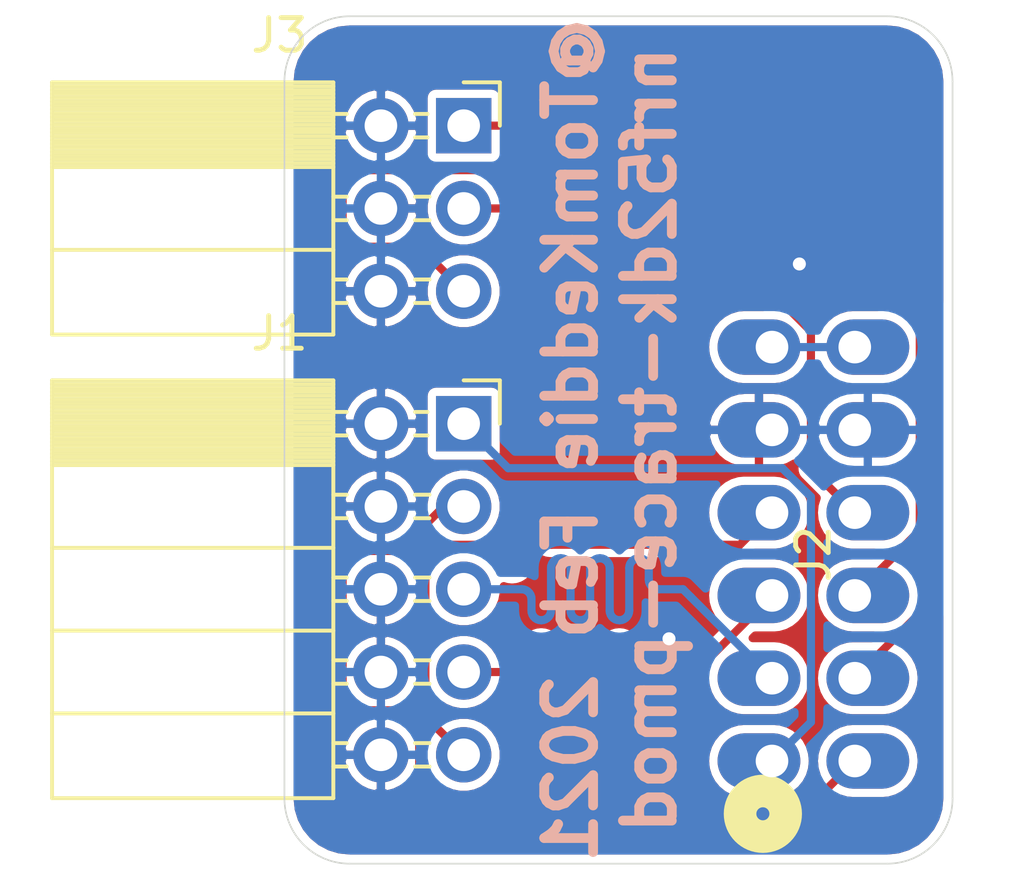
<source format=kicad_pcb>
(kicad_pcb (version 20171130) (host pcbnew 5.1.7-a382d34a8~88~ubuntu20.04.1)

  (general
    (thickness 1.6)
    (drawings 9)
    (tracks 354)
    (zones 0)
    (modules 3)
    (nets 11)
  )

  (page A4)
  (layers
    (0 F.Cu signal)
    (31 B.Cu signal)
    (32 B.Adhes user)
    (33 F.Adhes user)
    (34 B.Paste user)
    (35 F.Paste user)
    (36 B.SilkS user)
    (37 F.SilkS user)
    (38 B.Mask user)
    (39 F.Mask user)
    (40 Dwgs.User user)
    (41 Cmts.User user)
    (42 Eco1.User user)
    (43 Eco2.User user)
    (44 Edge.Cuts user)
    (45 Margin user hide)
    (46 B.CrtYd user)
    (47 F.CrtYd user hide)
    (48 B.Fab user)
    (49 F.Fab user)
  )

  (setup
    (last_trace_width 0.25)
    (trace_clearance 0.2)
    (zone_clearance 0.508)
    (zone_45_only no)
    (trace_min 0.2)
    (via_size 0.8)
    (via_drill 0.4)
    (via_min_size 0.4)
    (via_min_drill 0.3)
    (uvia_size 0.3)
    (uvia_drill 0.1)
    (uvias_allowed no)
    (uvia_min_size 0.2)
    (uvia_min_drill 0.1)
    (edge_width 0.05)
    (segment_width 0.2)
    (pcb_text_width 0.3)
    (pcb_text_size 1.5 1.5)
    (mod_edge_width 0.12)
    (mod_text_size 1 1)
    (mod_text_width 0.15)
    (pad_size 1.524 1.524)
    (pad_drill 0.762)
    (pad_to_mask_clearance 0)
    (aux_axis_origin 0 0)
    (visible_elements FFFFFF7F)
    (pcbplotparams
      (layerselection 0x010fc_ffffffff)
      (usegerberextensions false)
      (usegerberattributes true)
      (usegerberadvancedattributes true)
      (creategerberjobfile true)
      (excludeedgelayer true)
      (linewidth 0.100000)
      (plotframeref false)
      (viasonmask false)
      (mode 1)
      (useauxorigin false)
      (hpglpennumber 1)
      (hpglpenspeed 20)
      (hpglpendiameter 15.000000)
      (psnegative false)
      (psa4output false)
      (plotreference true)
      (plotvalue true)
      (plotinvisibletext false)
      (padsonsilk false)
      (subtractmaskfromsilk false)
      (outputformat 1)
      (mirror false)
      (drillshape 0)
      (scaleselection 1)
      (outputdirectory "gerbers/"))
  )

  (net 0 "")
  (net 1 +3V3)
  (net 2 GND)
  (net 3 /P0.14)
  (net 4 /P0.15)
  (net 5 /P0.16)
  (net 6 /P0.17)
  (net 7 /P0.18)
  (net 8 /P0.20)
  (net 9 /P0.19)
  (net 10 /P0.21)

  (net_class Default "This is the default net class."
    (clearance 0.2)
    (trace_width 0.25)
    (via_dia 0.8)
    (via_drill 0.4)
    (uvia_dia 0.3)
    (uvia_drill 0.1)
    (add_net +3V3)
    (add_net /P0.14)
    (add_net /P0.15)
    (add_net /P0.16)
    (add_net /P0.17)
    (add_net /P0.18)
    (add_net /P0.19)
    (add_net /P0.20)
    (add_net /P0.21)
    (add_net GND)
  )

  (module tom-connectors:PinSocket_2x03_P2.54mm_Horizontal (layer F.Cu) (tedit 5A19A431) (tstamp 60024BE4)
    (at 122 83.856)
    (descr "Through hole angled socket strip, 2x03, 2.54mm pitch, 8.51mm socket length, double cols (from Kicad 4.0.7), script generated")
    (tags "Through hole angled socket strip THT 2x03 2.54mm double row")
    (path /600AB6DB)
    (fp_text reference J3 (at -5.65 -2.77) (layer F.SilkS)
      (effects (font (size 1 1) (thickness 0.15)))
    )
    (fp_text value Conn_02x03_Odd_Even (at -5.65 7.85) (layer F.Fab)
      (effects (font (size 1 1) (thickness 0.15)))
    )
    (fp_line (start 1.8 6.85) (end 1.8 -1.8) (layer F.CrtYd) (width 0.05))
    (fp_line (start -13.05 6.85) (end 1.8 6.85) (layer F.CrtYd) (width 0.05))
    (fp_line (start -13.05 -1.8) (end -13.05 6.85) (layer F.CrtYd) (width 0.05))
    (fp_line (start 1.8 -1.8) (end -13.05 -1.8) (layer F.CrtYd) (width 0.05))
    (fp_line (start 0 -1.33) (end 1.11 -1.33) (layer F.SilkS) (width 0.12))
    (fp_line (start 1.11 -1.33) (end 1.11 0) (layer F.SilkS) (width 0.12))
    (fp_line (start -12.63 -1.33) (end -12.63 6.41) (layer F.SilkS) (width 0.12))
    (fp_line (start -12.63 6.41) (end -4 6.41) (layer F.SilkS) (width 0.12))
    (fp_line (start -4 -1.33) (end -4 6.41) (layer F.SilkS) (width 0.12))
    (fp_line (start -12.63 -1.33) (end -4 -1.33) (layer F.SilkS) (width 0.12))
    (fp_line (start -12.63 3.81) (end -4 3.81) (layer F.SilkS) (width 0.12))
    (fp_line (start -12.63 1.27) (end -4 1.27) (layer F.SilkS) (width 0.12))
    (fp_line (start -1.49 5.44) (end -1.05 5.44) (layer F.SilkS) (width 0.12))
    (fp_line (start -4 5.44) (end -3.59 5.44) (layer F.SilkS) (width 0.12))
    (fp_line (start -1.49 4.72) (end -1.05 4.72) (layer F.SilkS) (width 0.12))
    (fp_line (start -4 4.72) (end -3.59 4.72) (layer F.SilkS) (width 0.12))
    (fp_line (start -1.49 2.9) (end -1.05 2.9) (layer F.SilkS) (width 0.12))
    (fp_line (start -4 2.9) (end -3.59 2.9) (layer F.SilkS) (width 0.12))
    (fp_line (start -1.49 2.18) (end -1.05 2.18) (layer F.SilkS) (width 0.12))
    (fp_line (start -4 2.18) (end -3.59 2.18) (layer F.SilkS) (width 0.12))
    (fp_line (start -1.49 0.36) (end -1.11 0.36) (layer F.SilkS) (width 0.12))
    (fp_line (start -4 0.36) (end -3.59 0.36) (layer F.SilkS) (width 0.12))
    (fp_line (start -1.49 -0.36) (end -1.11 -0.36) (layer F.SilkS) (width 0.12))
    (fp_line (start -4 -0.36) (end -3.59 -0.36) (layer F.SilkS) (width 0.12))
    (fp_line (start -12.63 1.1519) (end -4 1.1519) (layer F.SilkS) (width 0.12))
    (fp_line (start -12.63 1.033805) (end -4 1.033805) (layer F.SilkS) (width 0.12))
    (fp_line (start -12.63 0.91571) (end -4 0.91571) (layer F.SilkS) (width 0.12))
    (fp_line (start -12.63 0.797615) (end -4 0.797615) (layer F.SilkS) (width 0.12))
    (fp_line (start -12.63 0.67952) (end -4 0.67952) (layer F.SilkS) (width 0.12))
    (fp_line (start -12.63 0.561425) (end -4 0.561425) (layer F.SilkS) (width 0.12))
    (fp_line (start -12.63 0.44333) (end -4 0.44333) (layer F.SilkS) (width 0.12))
    (fp_line (start -12.63 0.325235) (end -4 0.325235) (layer F.SilkS) (width 0.12))
    (fp_line (start -12.63 0.20714) (end -4 0.20714) (layer F.SilkS) (width 0.12))
    (fp_line (start -12.63 0.089045) (end -4 0.089045) (layer F.SilkS) (width 0.12))
    (fp_line (start -12.63 -0.02905) (end -4 -0.02905) (layer F.SilkS) (width 0.12))
    (fp_line (start -12.63 -0.147145) (end -4 -0.147145) (layer F.SilkS) (width 0.12))
    (fp_line (start -12.63 -0.26524) (end -4 -0.26524) (layer F.SilkS) (width 0.12))
    (fp_line (start -12.63 -0.383335) (end -4 -0.383335) (layer F.SilkS) (width 0.12))
    (fp_line (start -12.63 -0.50143) (end -4 -0.50143) (layer F.SilkS) (width 0.12))
    (fp_line (start -12.63 -0.619525) (end -4 -0.619525) (layer F.SilkS) (width 0.12))
    (fp_line (start -12.63 -0.73762) (end -4 -0.73762) (layer F.SilkS) (width 0.12))
    (fp_line (start -12.63 -0.855715) (end -4 -0.855715) (layer F.SilkS) (width 0.12))
    (fp_line (start -12.63 -0.97381) (end -4 -0.97381) (layer F.SilkS) (width 0.12))
    (fp_line (start -12.63 -1.091905) (end -4 -1.091905) (layer F.SilkS) (width 0.12))
    (fp_line (start -12.63 -1.21) (end -4 -1.21) (layer F.SilkS) (width 0.12))
    (fp_line (start 0 5.38) (end 0 4.78) (layer F.Fab) (width 0.1))
    (fp_line (start -4.06 5.38) (end 0 5.38) (layer F.Fab) (width 0.1))
    (fp_line (start 0 4.78) (end -4.06 4.78) (layer F.Fab) (width 0.1))
    (fp_line (start 0 2.84) (end 0 2.24) (layer F.Fab) (width 0.1))
    (fp_line (start -4.06 2.84) (end 0 2.84) (layer F.Fab) (width 0.1))
    (fp_line (start 0 2.24) (end -4.06 2.24) (layer F.Fab) (width 0.1))
    (fp_line (start 0 0.3) (end 0 -0.3) (layer F.Fab) (width 0.1))
    (fp_line (start -4.06 0.3) (end 0 0.3) (layer F.Fab) (width 0.1))
    (fp_line (start 0 -0.3) (end -4.06 -0.3) (layer F.Fab) (width 0.1))
    (fp_line (start -12.57 6.35) (end -12.57 -1.27) (layer F.Fab) (width 0.1))
    (fp_line (start -4.06 6.35) (end -12.57 6.35) (layer F.Fab) (width 0.1))
    (fp_line (start -4.06 -0.3) (end -4.06 6.35) (layer F.Fab) (width 0.1))
    (fp_line (start -5.03 -1.27) (end -4.06 -0.3) (layer F.Fab) (width 0.1))
    (fp_line (start -12.57 -1.27) (end -5.03 -1.27) (layer F.Fab) (width 0.1))
    (fp_text user %R (at -8.315 2.54) (layer F.Fab)
      (effects (font (size 1 1) (thickness 0.15)))
    )
    (pad 6 thru_hole oval (at -2.54 5.08) (size 1.7 1.7) (drill 1) (layers *.Cu *.Mask)
      (net 2 GND))
    (pad 5 thru_hole oval (at 0 5.08) (size 1.7 1.7) (drill 1) (layers *.Cu *.Mask)
      (net 9 /P0.19))
    (pad 4 thru_hole oval (at -2.54 2.54) (size 1.7 1.7) (drill 1) (layers *.Cu *.Mask)
      (net 2 GND))
    (pad 3 thru_hole oval (at 0 2.54) (size 1.7 1.7) (drill 1) (layers *.Cu *.Mask)
      (net 8 /P0.20))
    (pad 2 thru_hole oval (at -2.54 0) (size 1.7 1.7) (drill 1) (layers *.Cu *.Mask)
      (net 2 GND))
    (pad 1 thru_hole rect (at 0 0) (size 1.7 1.7) (drill 1) (layers *.Cu *.Mask)
      (net 10 /P0.21))
    (model ${KISYS3DMOD}/Connector_PinSocket_2.54mm.3dshapes/PinSocket_2x03_P2.54mm_Horizontal.wrl
      (at (xyz 0 0 0))
      (scale (xyz 1 1 1))
      (rotate (xyz 0 0 0))
    )
  )

  (module tom-connectors:PMOD_2X6_PTH_RA_PLUG (layer F.Cu) (tedit 5DD5F453) (tstamp 60024F2F)
    (at 132.73 97 90)
    (path /6009EA69)
    (attr smd)
    (fp_text reference J2 (at 0 0 90) (layer F.SilkS)
      (effects (font (size 1 1) (thickness 0.15)))
    )
    (fp_text value PMOD-2x6-MALE (at 0 0 90) (layer F.SilkS) hide
      (effects (font (size 1 1) (thickness 0.15)))
    )
    (fp_circle (center -7.97 -1.55) (end -7.77 -1.55) (layer F.SilkS) (width 1))
    (fp_line (start 0 6.35) (end -1.27 5.08) (layer Dwgs.User) (width 0.254))
    (fp_line (start 1.27 5.08) (end 0 6.35) (layer Dwgs.User) (width 0.254))
    (fp_line (start 0 6.35) (end -8.89 6.35) (layer Dwgs.User) (width 0.254))
    (fp_line (start 8.89 6.35) (end 0 6.35) (layer Dwgs.User) (width 0.254))
    (pad 6 thru_hole oval (at 6.35 -1.27) (size 2.54 1.7) (drill 1 (offset -0.4 0)) (layers *.Cu *.Mask)
      (net 1 +3V3))
    (pad 12 thru_hole oval (at 6.35 1.27) (size 2.54 1.7) (drill 1 (offset 0.4 0)) (layers *.Cu *.Mask)
      (net 1 +3V3))
    (pad 5 thru_hole oval (at 3.81 -1.27) (size 2.54 1.7) (drill 1 (offset -0.4 0)) (layers *.Cu *.Mask)
      (net 2 GND))
    (pad 11 thru_hole oval (at 3.81 1.27) (size 2.54 1.7) (drill 1 (offset 0.4 0)) (layers *.Cu *.Mask)
      (net 2 GND))
    (pad 4 thru_hole oval (at 1.27 -1.27) (size 2.54 1.7) (drill 1 (offset -0.4 0)) (layers *.Cu *.Mask)
      (net 3 /P0.14))
    (pad 10 thru_hole oval (at 1.27 1.27) (size 2.54 1.7) (drill 1 (offset 0.4 0)) (layers *.Cu *.Mask)
      (net 8 /P0.20))
    (pad 3 thru_hole oval (at -1.27 -1.27) (size 2.54 1.7) (drill 1 (offset -0.4 0)) (layers *.Cu *.Mask)
      (net 4 /P0.15))
    (pad 9 thru_hole oval (at -1.27 1.27) (size 2.54 1.7) (drill 1 (offset 0.4 0)) (layers *.Cu *.Mask)
      (net 9 /P0.19))
    (pad 2 thru_hole oval (at -3.81 -1.27) (size 2.54 1.7) (drill 1 (offset -0.4 0)) (layers *.Cu *.Mask)
      (net 5 /P0.16))
    (pad 8 thru_hole oval (at -3.81 1.27) (size 2.54 1.7) (drill 1 (offset 0.4 0)) (layers *.Cu *.Mask)
      (net 10 /P0.21))
    (pad 1 thru_hole oval (at -6.35 -1.27) (size 2.54 1.7) (drill 1 (offset -0.4 0)) (layers *.Cu *.Mask)
      (net 7 /P0.18))
    (pad 7 thru_hole oval (at -6.35 1.27) (size 2.54 1.7) (drill 1 (offset 0.4 0)) (layers *.Cu *.Mask)
      (net 6 /P0.17))
  )

  (module tom-connectors:PinSocket_2x05_P2.54mm_Horizontal (layer F.Cu) (tedit 5A19A422) (tstamp 60024671)
    (at 122 93)
    (descr "Through hole angled socket strip, 2x05, 2.54mm pitch, 8.51mm socket length, double cols (from Kicad 4.0.7), script generated")
    (tags "Through hole angled socket strip THT 2x05 2.54mm double row")
    (path /600A0841)
    (fp_text reference J1 (at -5.65 -2.77) (layer F.SilkS)
      (effects (font (size 1 1) (thickness 0.15)))
    )
    (fp_text value Conn_02x05_Odd_Even (at -5.65 12.93) (layer F.Fab)
      (effects (font (size 1 1) (thickness 0.15)))
    )
    (fp_line (start 1.8 11.95) (end 1.8 -1.75) (layer F.CrtYd) (width 0.05))
    (fp_line (start -13.05 11.95) (end 1.8 11.95) (layer F.CrtYd) (width 0.05))
    (fp_line (start -13.05 -1.75) (end -13.05 11.95) (layer F.CrtYd) (width 0.05))
    (fp_line (start 1.8 -1.75) (end -13.05 -1.75) (layer F.CrtYd) (width 0.05))
    (fp_line (start 0 -1.33) (end 1.11 -1.33) (layer F.SilkS) (width 0.12))
    (fp_line (start 1.11 -1.33) (end 1.11 0) (layer F.SilkS) (width 0.12))
    (fp_line (start -12.63 -1.33) (end -12.63 11.49) (layer F.SilkS) (width 0.12))
    (fp_line (start -12.63 11.49) (end -4 11.49) (layer F.SilkS) (width 0.12))
    (fp_line (start -4 -1.33) (end -4 11.49) (layer F.SilkS) (width 0.12))
    (fp_line (start -12.63 -1.33) (end -4 -1.33) (layer F.SilkS) (width 0.12))
    (fp_line (start -12.63 8.89) (end -4 8.89) (layer F.SilkS) (width 0.12))
    (fp_line (start -12.63 6.35) (end -4 6.35) (layer F.SilkS) (width 0.12))
    (fp_line (start -12.63 3.81) (end -4 3.81) (layer F.SilkS) (width 0.12))
    (fp_line (start -12.63 1.27) (end -4 1.27) (layer F.SilkS) (width 0.12))
    (fp_line (start -1.49 10.52) (end -1.05 10.52) (layer F.SilkS) (width 0.12))
    (fp_line (start -4 10.52) (end -3.59 10.52) (layer F.SilkS) (width 0.12))
    (fp_line (start -1.49 9.8) (end -1.05 9.8) (layer F.SilkS) (width 0.12))
    (fp_line (start -4 9.8) (end -3.59 9.8) (layer F.SilkS) (width 0.12))
    (fp_line (start -1.49 7.98) (end -1.05 7.98) (layer F.SilkS) (width 0.12))
    (fp_line (start -4 7.98) (end -3.59 7.98) (layer F.SilkS) (width 0.12))
    (fp_line (start -1.49 7.26) (end -1.05 7.26) (layer F.SilkS) (width 0.12))
    (fp_line (start -4 7.26) (end -3.59 7.26) (layer F.SilkS) (width 0.12))
    (fp_line (start -1.49 5.44) (end -1.05 5.44) (layer F.SilkS) (width 0.12))
    (fp_line (start -4 5.44) (end -3.59 5.44) (layer F.SilkS) (width 0.12))
    (fp_line (start -1.49 4.72) (end -1.05 4.72) (layer F.SilkS) (width 0.12))
    (fp_line (start -4 4.72) (end -3.59 4.72) (layer F.SilkS) (width 0.12))
    (fp_line (start -1.49 2.9) (end -1.05 2.9) (layer F.SilkS) (width 0.12))
    (fp_line (start -4 2.9) (end -3.59 2.9) (layer F.SilkS) (width 0.12))
    (fp_line (start -1.49 2.18) (end -1.05 2.18) (layer F.SilkS) (width 0.12))
    (fp_line (start -4 2.18) (end -3.59 2.18) (layer F.SilkS) (width 0.12))
    (fp_line (start -1.49 0.36) (end -1.11 0.36) (layer F.SilkS) (width 0.12))
    (fp_line (start -4 0.36) (end -3.59 0.36) (layer F.SilkS) (width 0.12))
    (fp_line (start -1.49 -0.36) (end -1.11 -0.36) (layer F.SilkS) (width 0.12))
    (fp_line (start -4 -0.36) (end -3.59 -0.36) (layer F.SilkS) (width 0.12))
    (fp_line (start -12.63 1.1519) (end -4 1.1519) (layer F.SilkS) (width 0.12))
    (fp_line (start -12.63 1.033805) (end -4 1.033805) (layer F.SilkS) (width 0.12))
    (fp_line (start -12.63 0.91571) (end -4 0.91571) (layer F.SilkS) (width 0.12))
    (fp_line (start -12.63 0.797615) (end -4 0.797615) (layer F.SilkS) (width 0.12))
    (fp_line (start -12.63 0.67952) (end -4 0.67952) (layer F.SilkS) (width 0.12))
    (fp_line (start -12.63 0.561425) (end -4 0.561425) (layer F.SilkS) (width 0.12))
    (fp_line (start -12.63 0.44333) (end -4 0.44333) (layer F.SilkS) (width 0.12))
    (fp_line (start -12.63 0.325235) (end -4 0.325235) (layer F.SilkS) (width 0.12))
    (fp_line (start -12.63 0.20714) (end -4 0.20714) (layer F.SilkS) (width 0.12))
    (fp_line (start -12.63 0.089045) (end -4 0.089045) (layer F.SilkS) (width 0.12))
    (fp_line (start -12.63 -0.02905) (end -4 -0.02905) (layer F.SilkS) (width 0.12))
    (fp_line (start -12.63 -0.147145) (end -4 -0.147145) (layer F.SilkS) (width 0.12))
    (fp_line (start -12.63 -0.26524) (end -4 -0.26524) (layer F.SilkS) (width 0.12))
    (fp_line (start -12.63 -0.383335) (end -4 -0.383335) (layer F.SilkS) (width 0.12))
    (fp_line (start -12.63 -0.50143) (end -4 -0.50143) (layer F.SilkS) (width 0.12))
    (fp_line (start -12.63 -0.619525) (end -4 -0.619525) (layer F.SilkS) (width 0.12))
    (fp_line (start -12.63 -0.73762) (end -4 -0.73762) (layer F.SilkS) (width 0.12))
    (fp_line (start -12.63 -0.855715) (end -4 -0.855715) (layer F.SilkS) (width 0.12))
    (fp_line (start -12.63 -0.97381) (end -4 -0.97381) (layer F.SilkS) (width 0.12))
    (fp_line (start -12.63 -1.091905) (end -4 -1.091905) (layer F.SilkS) (width 0.12))
    (fp_line (start -12.63 -1.21) (end -4 -1.21) (layer F.SilkS) (width 0.12))
    (fp_line (start 0 10.46) (end 0 9.86) (layer F.Fab) (width 0.1))
    (fp_line (start -4.06 10.46) (end 0 10.46) (layer F.Fab) (width 0.1))
    (fp_line (start 0 9.86) (end -4.06 9.86) (layer F.Fab) (width 0.1))
    (fp_line (start 0 7.92) (end 0 7.32) (layer F.Fab) (width 0.1))
    (fp_line (start -4.06 7.92) (end 0 7.92) (layer F.Fab) (width 0.1))
    (fp_line (start 0 7.32) (end -4.06 7.32) (layer F.Fab) (width 0.1))
    (fp_line (start 0 5.38) (end 0 4.78) (layer F.Fab) (width 0.1))
    (fp_line (start -4.06 5.38) (end 0 5.38) (layer F.Fab) (width 0.1))
    (fp_line (start 0 4.78) (end -4.06 4.78) (layer F.Fab) (width 0.1))
    (fp_line (start 0 2.84) (end 0 2.24) (layer F.Fab) (width 0.1))
    (fp_line (start -4.06 2.84) (end 0 2.84) (layer F.Fab) (width 0.1))
    (fp_line (start 0 2.24) (end -4.06 2.24) (layer F.Fab) (width 0.1))
    (fp_line (start 0 0.3) (end 0 -0.3) (layer F.Fab) (width 0.1))
    (fp_line (start -4.06 0.3) (end 0 0.3) (layer F.Fab) (width 0.1))
    (fp_line (start 0 -0.3) (end -4.06 -0.3) (layer F.Fab) (width 0.1))
    (fp_line (start -12.57 11.43) (end -12.57 -1.27) (layer F.Fab) (width 0.1))
    (fp_line (start -4.06 11.43) (end -12.57 11.43) (layer F.Fab) (width 0.1))
    (fp_line (start -4.06 -0.3) (end -4.06 11.43) (layer F.Fab) (width 0.1))
    (fp_line (start -5.03 -1.27) (end -4.06 -0.3) (layer F.Fab) (width 0.1))
    (fp_line (start -12.57 -1.27) (end -5.03 -1.27) (layer F.Fab) (width 0.1))
    (fp_text user %R (at -8.315 5.08 90) (layer F.Fab)
      (effects (font (size 1 1) (thickness 0.15)))
    )
    (pad 10 thru_hole oval (at -2.54 10.16) (size 1.7 1.7) (drill 1) (layers *.Cu *.Mask)
      (net 2 GND))
    (pad 9 thru_hole oval (at 0 10.16) (size 1.7 1.7) (drill 1) (layers *.Cu *.Mask)
      (net 3 /P0.14))
    (pad 8 thru_hole oval (at -2.54 7.62) (size 1.7 1.7) (drill 1) (layers *.Cu *.Mask)
      (net 2 GND))
    (pad 7 thru_hole oval (at 0 7.62) (size 1.7 1.7) (drill 1) (layers *.Cu *.Mask)
      (net 4 /P0.15))
    (pad 6 thru_hole oval (at -2.54 5.08) (size 1.7 1.7) (drill 1) (layers *.Cu *.Mask)
      (net 2 GND))
    (pad 5 thru_hole oval (at 0 5.08) (size 1.7 1.7) (drill 1) (layers *.Cu *.Mask)
      (net 5 /P0.16))
    (pad 4 thru_hole oval (at -2.54 2.54) (size 1.7 1.7) (drill 1) (layers *.Cu *.Mask)
      (net 2 GND))
    (pad 3 thru_hole oval (at 0 2.54) (size 1.7 1.7) (drill 1) (layers *.Cu *.Mask)
      (net 6 /P0.17))
    (pad 2 thru_hole oval (at -2.54 0) (size 1.7 1.7) (drill 1) (layers *.Cu *.Mask)
      (net 2 GND))
    (pad 1 thru_hole rect (at 0 0) (size 1.7 1.7) (drill 1) (layers *.Cu *.Mask)
      (net 7 /P0.18))
    (model ${KISYS3DMOD}/Connector_PinSocket_2.54mm.3dshapes/PinSocket_2x05_P2.54mm_Horizontal.wrl
      (at (xyz 0 0 0))
      (scale (xyz 1 1 1))
      (rotate (xyz 0 0 0))
    )
  )

  (gr_text "@TomKeddie Feb 2021\nnrf52dk-trace-pmod" (at 126.5 93.5 90) (layer B.SilkS)
    (effects (font (size 1.5 1.5) (thickness 0.3)) (justify mirror))
  )
  (gr_line (start 135 80.5) (end 118.5 80.5) (layer Edge.Cuts) (width 0.05) (tstamp 60032B01))
  (gr_line (start 137 104.5) (end 137 82.5) (layer Edge.Cuts) (width 0.05) (tstamp 60032B00))
  (gr_line (start 118.5 106.5) (end 135 106.5) (layer Edge.Cuts) (width 0.05) (tstamp 60032AFF))
  (gr_line (start 116.5 82.5) (end 116.5 104.5) (layer Edge.Cuts) (width 0.05) (tstamp 60032AFE))
  (gr_arc (start 135 82.5) (end 137 82.5) (angle -90) (layer Edge.Cuts) (width 0.05) (tstamp 60032961))
  (gr_arc (start 135 104.5) (end 135 106.5) (angle -90) (layer Edge.Cuts) (width 0.05) (tstamp 6003295E))
  (gr_arc (start 118.5 104.5) (end 116.5 104.5) (angle -90) (layer Edge.Cuts) (width 0.05) (tstamp 60032957))
  (gr_arc (start 118.5 82.5) (end 118.5 80.5) (angle -90) (layer Edge.Cuts) (width 0.05))

  (segment (start 131.46 90.65) (end 134 90.65) (width 0.25) (layer B.Cu) (net 1))
  (via (at 128.3 99.6) (size 0.8) (drill 0.4) (layers F.Cu B.Cu) (net 2))
  (via (at 132.3 88.1) (size 0.8) (drill 0.4) (layers F.Cu B.Cu) (net 2))
  (segment (start 124.618242 96.70748) (end 124.684999 96.715001) (width 0.25) (layer F.Cu) (net 3))
  (segment (start 124.497952 96.649551) (end 124.554833 96.685292) (width 0.25) (layer F.Cu) (net 3))
  (segment (start 124.319548 96.020456) (end 124.355289 96.077337) (width 0.25) (layer F.Cu) (net 3))
  (segment (start 124.450449 96.602048) (end 124.497952 96.649551) (width 0.25) (layer F.Cu) (net 3))
  (segment (start 124.39252 96.481758) (end 124.414708 96.545167) (width 0.25) (layer F.Cu) (net 3))
  (segment (start 124.272045 95.972953) (end 124.319548 96.020456) (width 0.25) (layer F.Cu) (net 3))
  (segment (start 124.414708 96.545167) (end 124.450449 96.602048) (width 0.25) (layer F.Cu) (net 3))
  (segment (start 124.384999 96.415001) (end 124.39252 96.481758) (width 0.25) (layer F.Cu) (net 3))
  (segment (start 124.215164 95.937212) (end 124.272045 95.972953) (width 0.25) (layer F.Cu) (net 3))
  (segment (start 124.084999 95.907502) (end 124.151755 95.915024) (width 0.25) (layer F.Cu) (net 3))
  (segment (start 124.384999 96.207502) (end 124.384999 96.415001) (width 0.25) (layer F.Cu) (net 3))
  (segment (start 124.151755 95.915024) (end 124.215164 95.937212) (width 0.25) (layer F.Cu) (net 3))
  (segment (start 124.018242 95.915024) (end 124.084999 95.907502) (width 0.25) (layer F.Cu) (net 3))
  (segment (start 124.377477 96.140746) (end 124.384999 96.207502) (width 0.25) (layer F.Cu) (net 3))
  (segment (start 123.954833 95.937212) (end 124.018242 95.915024) (width 0.25) (layer F.Cu) (net 3))
  (segment (start 123.850449 96.020456) (end 123.897952 95.972953) (width 0.25) (layer F.Cu) (net 3))
  (segment (start 124.355289 96.077337) (end 124.377477 96.140746) (width 0.25) (layer F.Cu) (net 3))
  (segment (start 123.897952 95.972953) (end 123.954833 95.937212) (width 0.25) (layer F.Cu) (net 3))
  (segment (start 123.814708 96.077337) (end 123.850449 96.020456) (width 0.25) (layer F.Cu) (net 3))
  (segment (start 123.015164 96.74471) (end 123.072045 96.780451) (width 0.25) (layer F.Cu) (net 3))
  (segment (start 122.951755 96.722522) (end 123.015164 96.74471) (width 0.25) (layer F.Cu) (net 3))
  (segment (start 124.684999 96.715001) (end 130.474999 96.715001) (width 0.25) (layer F.Cu) (net 3))
  (segment (start 124.554833 96.685292) (end 124.618242 96.70748) (width 0.25) (layer F.Cu) (net 3))
  (segment (start 123.615164 97.49279) (end 123.672045 97.457049) (width 0.25) (layer F.Cu) (net 3))
  (segment (start 123.072045 96.780451) (end 123.119548 96.827954) (width 0.25) (layer F.Cu) (net 3))
  (segment (start 121.234997 96.715001) (end 122.884999 96.715001) (width 0.25) (layer F.Cu) (net 3))
  (segment (start 123.297952 97.457049) (end 123.354833 97.49279) (width 0.25) (layer F.Cu) (net 3))
  (segment (start 123.418242 97.514978) (end 123.484999 97.5225) (width 0.25) (layer F.Cu) (net 3))
  (segment (start 123.672045 97.457049) (end 123.719548 97.409546) (width 0.25) (layer F.Cu) (net 3))
  (segment (start 122.884999 96.715001) (end 122.951755 96.722522) (width 0.25) (layer F.Cu) (net 3))
  (segment (start 123.119548 96.827954) (end 123.155289 96.884835) (width 0.25) (layer F.Cu) (net 3))
  (segment (start 120.824999 101.984999) (end 120.824999 97.124999) (width 0.25) (layer F.Cu) (net 3))
  (segment (start 123.155289 96.884835) (end 123.177477 96.948244) (width 0.25) (layer F.Cu) (net 3))
  (segment (start 120.824999 97.124999) (end 121.234997 96.715001) (width 0.25) (layer F.Cu) (net 3))
  (segment (start 130.474999 96.715001) (end 131.46 95.73) (width 0.25) (layer F.Cu) (net 3))
  (segment (start 123.484999 97.5225) (end 123.551755 97.514978) (width 0.25) (layer F.Cu) (net 3))
  (segment (start 123.354833 97.49279) (end 123.418242 97.514978) (width 0.25) (layer F.Cu) (net 3))
  (segment (start 123.184999 97.2225) (end 123.19252 97.289256) (width 0.25) (layer F.Cu) (net 3))
  (segment (start 123.784999 97.2225) (end 123.784999 96.207502) (width 0.25) (layer F.Cu) (net 3))
  (segment (start 123.755289 97.352665) (end 123.777477 97.289256) (width 0.25) (layer F.Cu) (net 3))
  (segment (start 122 103.16) (end 120.824999 101.984999) (width 0.25) (layer F.Cu) (net 3))
  (segment (start 123.719548 97.409546) (end 123.755289 97.352665) (width 0.25) (layer F.Cu) (net 3))
  (segment (start 123.214708 97.352665) (end 123.250449 97.409546) (width 0.25) (layer F.Cu) (net 3))
  (segment (start 123.177477 96.948244) (end 123.184999 97.015001) (width 0.25) (layer F.Cu) (net 3))
  (segment (start 123.19252 97.289256) (end 123.214708 97.352665) (width 0.25) (layer F.Cu) (net 3))
  (segment (start 123.250449 97.409546) (end 123.297952 97.457049) (width 0.25) (layer F.Cu) (net 3))
  (segment (start 123.184999 97.015001) (end 123.184999 97.2225) (width 0.25) (layer F.Cu) (net 3))
  (segment (start 123.551755 97.514978) (end 123.615164 97.49279) (width 0.25) (layer F.Cu) (net 3))
  (segment (start 123.777477 97.289256) (end 123.784999 97.2225) (width 0.25) (layer F.Cu) (net 3))
  (segment (start 123.784999 96.207502) (end 123.79252 96.140746) (width 0.25) (layer F.Cu) (net 3))
  (segment (start 123.79252 96.140746) (end 123.814708 96.077337) (width 0.25) (layer F.Cu) (net 3))
  (segment (start 129.253682 100.476318) (end 131.46 98.27) (width 0.25) (layer F.Cu) (net 4))
  (segment (start 127.313243 100.612479) (end 127.38 100.62) (width 0.25) (layer F.Cu) (net 4))
  (segment (start 127.109709 100.450166) (end 127.14545 100.507047) (width 0.25) (layer F.Cu) (net 4))
  (segment (start 127.08 100.32) (end 127.087521 100.386757) (width 0.25) (layer F.Cu) (net 4))
  (segment (start 127.08 99.955903) (end 127.08 100.32) (width 0.25) (layer F.Cu) (net 4))
  (segment (start 127.072478 99.889147) (end 127.08 99.955903) (width 0.25) (layer F.Cu) (net 4))
  (segment (start 126.713243 99.663425) (end 126.78 99.655903) (width 0.25) (layer F.Cu) (net 4))
  (segment (start 126.54545 99.768857) (end 126.592953 99.721354) (width 0.25) (layer F.Cu) (net 4))
  (segment (start 126.48 101.284097) (end 126.48 99.955903) (width 0.25) (layer F.Cu) (net 4))
  (segment (start 126.472478 101.350853) (end 126.48 101.284097) (width 0.25) (layer F.Cu) (net 4))
  (segment (start 126.45029 101.414262) (end 126.472478 101.350853) (width 0.25) (layer F.Cu) (net 4))
  (segment (start 126.414549 101.471143) (end 126.45029 101.414262) (width 0.25) (layer F.Cu) (net 4))
  (segment (start 126.367046 101.518646) (end 126.414549 101.471143) (width 0.25) (layer F.Cu) (net 4))
  (segment (start 126.18 101.584097) (end 126.246756 101.576575) (width 0.25) (layer F.Cu) (net 4))
  (segment (start 126.113243 101.576575) (end 126.18 101.584097) (width 0.25) (layer F.Cu) (net 4))
  (segment (start 126.509709 99.825738) (end 126.54545 99.768857) (width 0.25) (layer F.Cu) (net 4))
  (segment (start 125.887521 101.350853) (end 125.909709 101.414262) (width 0.25) (layer F.Cu) (net 4))
  (segment (start 125.872478 99.889147) (end 125.88 99.955903) (width 0.25) (layer F.Cu) (net 4))
  (segment (start 125.85029 99.825738) (end 125.872478 99.889147) (width 0.25) (layer F.Cu) (net 4))
  (segment (start 125.814549 99.768857) (end 125.85029 99.825738) (width 0.25) (layer F.Cu) (net 4))
  (segment (start 127.38 100.62) (end 129.11 100.62) (width 0.25) (layer F.Cu) (net 4))
  (segment (start 125.767046 99.721354) (end 125.814549 99.768857) (width 0.25) (layer F.Cu) (net 4))
  (segment (start 125.710165 99.685613) (end 125.767046 99.721354) (width 0.25) (layer F.Cu) (net 4))
  (segment (start 126.48 99.955903) (end 126.487521 99.889147) (width 0.25) (layer F.Cu) (net 4))
  (segment (start 125.646756 99.663425) (end 125.710165 99.685613) (width 0.25) (layer F.Cu) (net 4))
  (segment (start 125.58 99.655903) (end 125.646756 99.663425) (width 0.25) (layer F.Cu) (net 4))
  (segment (start 127.05029 99.825738) (end 127.072478 99.889147) (width 0.25) (layer F.Cu) (net 4))
  (segment (start 125.513243 99.663425) (end 125.58 99.655903) (width 0.25) (layer F.Cu) (net 4))
  (segment (start 125.449834 99.685613) (end 125.513243 99.663425) (width 0.25) (layer F.Cu) (net 4))
  (segment (start 124.109709 99.825738) (end 124.14545 99.768857) (width 0.25) (layer F.Cu) (net 4))
  (segment (start 124.08 99.955903) (end 124.087521 99.889147) (width 0.25) (layer F.Cu) (net 4))
  (segment (start 123.367046 100.68545) (end 123.414549 100.732953) (width 0.25) (layer F.Cu) (net 4))
  (segment (start 124.08 101.284097) (end 124.08 99.955903) (width 0.25) (layer F.Cu) (net 4))
  (segment (start 129.11 100.62) (end 129.253682 100.476318) (width 0.25) (layer F.Cu) (net 4))
  (segment (start 123.910165 101.554387) (end 123.967046 101.518646) (width 0.25) (layer F.Cu) (net 4))
  (segment (start 127.249834 100.590291) (end 127.313243 100.612479) (width 0.25) (layer F.Cu) (net 4))
  (segment (start 125.309709 99.825738) (end 125.34545 99.768857) (width 0.25) (layer F.Cu) (net 4))
  (segment (start 124.14545 99.768857) (end 124.192953 99.721354) (width 0.25) (layer F.Cu) (net 4))
  (segment (start 125.992953 101.518646) (end 126.049834 101.554387) (width 0.25) (layer F.Cu) (net 4))
  (segment (start 123.414549 100.732953) (end 123.45029 100.789834) (width 0.25) (layer F.Cu) (net 4))
  (segment (start 123.967046 101.518646) (end 124.014549 101.471143) (width 0.25) (layer F.Cu) (net 4))
  (segment (start 126.910165 99.685613) (end 126.967046 99.721354) (width 0.25) (layer F.Cu) (net 4))
  (segment (start 123.846756 101.576575) (end 123.910165 101.554387) (width 0.25) (layer F.Cu) (net 4))
  (segment (start 124.98 101.584097) (end 125.046756 101.576575) (width 0.25) (layer F.Cu) (net 4))
  (segment (start 123.592953 101.518646) (end 123.649834 101.554387) (width 0.25) (layer F.Cu) (net 4))
  (segment (start 126.246756 101.576575) (end 126.310165 101.554387) (width 0.25) (layer F.Cu) (net 4))
  (segment (start 123.509709 101.414262) (end 123.54545 101.471143) (width 0.25) (layer F.Cu) (net 4))
  (segment (start 124.913243 101.576575) (end 124.98 101.584097) (width 0.25) (layer F.Cu) (net 4))
  (segment (start 122 100.62) (end 123.18 100.62) (width 0.25) (layer F.Cu) (net 4))
  (segment (start 126.487521 99.889147) (end 126.509709 99.825738) (width 0.25) (layer F.Cu) (net 4))
  (segment (start 123.48 101.284097) (end 123.487521 101.350853) (width 0.25) (layer F.Cu) (net 4))
  (segment (start 124.65029 99.825738) (end 124.672478 99.889147) (width 0.25) (layer F.Cu) (net 4))
  (segment (start 124.05029 101.414262) (end 124.072478 101.350853) (width 0.25) (layer F.Cu) (net 4))
  (segment (start 124.192953 99.721354) (end 124.249834 99.685613) (width 0.25) (layer F.Cu) (net 4))
  (segment (start 125.167046 101.518646) (end 125.214549 101.471143) (width 0.25) (layer F.Cu) (net 4))
  (segment (start 123.649834 101.554387) (end 123.713243 101.576575) (width 0.25) (layer F.Cu) (net 4))
  (segment (start 123.78 101.584097) (end 123.846756 101.576575) (width 0.25) (layer F.Cu) (net 4))
  (segment (start 125.392953 99.721354) (end 125.449834 99.685613) (width 0.25) (layer F.Cu) (net 4))
  (segment (start 127.087521 100.386757) (end 127.109709 100.450166) (width 0.25) (layer F.Cu) (net 4))
  (segment (start 125.88 101.284097) (end 125.887521 101.350853) (width 0.25) (layer F.Cu) (net 4))
  (segment (start 123.18 100.62) (end 123.246756 100.627521) (width 0.25) (layer F.Cu) (net 4))
  (segment (start 125.94545 101.471143) (end 125.992953 101.518646) (width 0.25) (layer F.Cu) (net 4))
  (segment (start 123.713243 101.576575) (end 123.78 101.584097) (width 0.25) (layer F.Cu) (net 4))
  (segment (start 123.48 100.92) (end 123.48 101.284097) (width 0.25) (layer F.Cu) (net 4))
  (segment (start 124.072478 101.350853) (end 124.08 101.284097) (width 0.25) (layer F.Cu) (net 4))
  (segment (start 125.25029 101.414262) (end 125.272478 101.350853) (width 0.25) (layer F.Cu) (net 4))
  (segment (start 127.014549 99.768857) (end 127.05029 99.825738) (width 0.25) (layer F.Cu) (net 4))
  (segment (start 123.246756 100.627521) (end 123.310165 100.649709) (width 0.25) (layer F.Cu) (net 4))
  (segment (start 124.510165 99.685613) (end 124.567046 99.721354) (width 0.25) (layer F.Cu) (net 4))
  (segment (start 124.087521 99.889147) (end 124.109709 99.825738) (width 0.25) (layer F.Cu) (net 4))
  (segment (start 124.672478 99.889147) (end 124.68 99.955903) (width 0.25) (layer F.Cu) (net 4))
  (segment (start 125.909709 101.414262) (end 125.94545 101.471143) (width 0.25) (layer F.Cu) (net 4))
  (segment (start 124.313243 99.663425) (end 124.38 99.655903) (width 0.25) (layer F.Cu) (net 4))
  (segment (start 123.472478 100.853243) (end 123.48 100.92) (width 0.25) (layer F.Cu) (net 4))
  (segment (start 126.78 99.655903) (end 126.846756 99.663425) (width 0.25) (layer F.Cu) (net 4))
  (segment (start 123.45029 100.789834) (end 123.472478 100.853243) (width 0.25) (layer F.Cu) (net 4))
  (segment (start 125.28 99.955903) (end 125.287521 99.889147) (width 0.25) (layer F.Cu) (net 4))
  (segment (start 125.88 99.955903) (end 125.88 101.284097) (width 0.25) (layer F.Cu) (net 4))
  (segment (start 123.54545 101.471143) (end 123.592953 101.518646) (width 0.25) (layer F.Cu) (net 4))
  (segment (start 124.249834 99.685613) (end 124.313243 99.663425) (width 0.25) (layer F.Cu) (net 4))
  (segment (start 126.049834 101.554387) (end 126.113243 101.576575) (width 0.25) (layer F.Cu) (net 4))
  (segment (start 124.38 99.655903) (end 124.446756 99.663425) (width 0.25) (layer F.Cu) (net 4))
  (segment (start 125.28 101.284097) (end 125.28 99.955903) (width 0.25) (layer F.Cu) (net 4))
  (segment (start 124.014549 101.471143) (end 124.05029 101.414262) (width 0.25) (layer F.Cu) (net 4))
  (segment (start 123.487521 101.350853) (end 123.509709 101.414262) (width 0.25) (layer F.Cu) (net 4))
  (segment (start 124.446756 99.663425) (end 124.510165 99.685613) (width 0.25) (layer F.Cu) (net 4))
  (segment (start 127.14545 100.507047) (end 127.192953 100.55455) (width 0.25) (layer F.Cu) (net 4))
  (segment (start 124.567046 99.721354) (end 124.614549 99.768857) (width 0.25) (layer F.Cu) (net 4))
  (segment (start 126.592953 99.721354) (end 126.649834 99.685613) (width 0.25) (layer F.Cu) (net 4))
  (segment (start 126.310165 101.554387) (end 126.367046 101.518646) (width 0.25) (layer F.Cu) (net 4))
  (segment (start 123.310165 100.649709) (end 123.367046 100.68545) (width 0.25) (layer F.Cu) (net 4))
  (segment (start 124.614549 99.768857) (end 124.65029 99.825738) (width 0.25) (layer F.Cu) (net 4))
  (segment (start 126.649834 99.685613) (end 126.713243 99.663425) (width 0.25) (layer F.Cu) (net 4))
  (segment (start 125.34545 99.768857) (end 125.392953 99.721354) (width 0.25) (layer F.Cu) (net 4))
  (segment (start 124.68 99.955903) (end 124.68 101.284097) (width 0.25) (layer F.Cu) (net 4))
  (segment (start 124.68 101.284097) (end 124.687521 101.350853) (width 0.25) (layer F.Cu) (net 4))
  (segment (start 124.687521 101.350853) (end 124.709709 101.414262) (width 0.25) (layer F.Cu) (net 4))
  (segment (start 124.709709 101.414262) (end 124.74545 101.471143) (width 0.25) (layer F.Cu) (net 4))
  (segment (start 124.74545 101.471143) (end 124.792953 101.518646) (width 0.25) (layer F.Cu) (net 4))
  (segment (start 124.792953 101.518646) (end 124.849834 101.554387) (width 0.25) (layer F.Cu) (net 4))
  (segment (start 126.846756 99.663425) (end 126.910165 99.685613) (width 0.25) (layer F.Cu) (net 4))
  (segment (start 124.849834 101.554387) (end 124.913243 101.576575) (width 0.25) (layer F.Cu) (net 4))
  (segment (start 125.046756 101.576575) (end 125.110165 101.554387) (width 0.25) (layer F.Cu) (net 4))
  (segment (start 125.110165 101.554387) (end 125.167046 101.518646) (width 0.25) (layer F.Cu) (net 4))
  (segment (start 125.214549 101.471143) (end 125.25029 101.414262) (width 0.25) (layer F.Cu) (net 4))
  (segment (start 126.967046 99.721354) (end 127.014549 99.768857) (width 0.25) (layer F.Cu) (net 4))
  (segment (start 125.272478 101.350853) (end 125.28 101.284097) (width 0.25) (layer F.Cu) (net 4))
  (segment (start 127.192953 100.55455) (end 127.249834 100.590291) (width 0.25) (layer F.Cu) (net 4))
  (segment (start 125.287521 99.889147) (end 125.309709 99.825738) (width 0.25) (layer F.Cu) (net 4))
  (segment (start 128.967538 98.317538) (end 131.46 100.81) (width 0.25) (layer B.Cu) (net 5))
  (segment (start 128.73 98.08) (end 128.967538 98.317538) (width 0.25) (layer B.Cu) (net 5))
  (segment (start 127.687521 97.846757) (end 127.709709 97.910166) (width 0.25) (layer B.Cu) (net 5))
  (segment (start 127.68 97.78) (end 127.687521 97.846757) (width 0.25) (layer B.Cu) (net 5))
  (segment (start 127.672478 97.362264) (end 127.68 97.42902) (width 0.25) (layer B.Cu) (net 5))
  (segment (start 127.567046 97.194471) (end 127.614549 97.241974) (width 0.25) (layer B.Cu) (net 5))
  (segment (start 127.446756 97.136542) (end 127.510165 97.15873) (width 0.25) (layer B.Cu) (net 5))
  (segment (start 127.313243 97.136542) (end 127.38 97.12902) (width 0.25) (layer B.Cu) (net 5))
  (segment (start 127.192953 97.194471) (end 127.249834 97.15873) (width 0.25) (layer B.Cu) (net 5))
  (segment (start 127.14545 97.241974) (end 127.192953 97.194471) (width 0.25) (layer B.Cu) (net 5))
  (segment (start 127.109709 97.298855) (end 127.14545 97.241974) (width 0.25) (layer B.Cu) (net 5))
  (segment (start 127.08 98.73098) (end 127.08 97.42902) (width 0.25) (layer B.Cu) (net 5))
  (segment (start 127.05029 98.861145) (end 127.072478 98.797736) (width 0.25) (layer B.Cu) (net 5))
  (segment (start 127.68 97.42902) (end 127.68 97.78) (width 0.25) (layer B.Cu) (net 5))
  (segment (start 127.014549 98.918026) (end 127.05029 98.861145) (width 0.25) (layer B.Cu) (net 5))
  (segment (start 126.910165 99.00127) (end 126.967046 98.965529) (width 0.25) (layer B.Cu) (net 5))
  (segment (start 126.78 99.03098) (end 126.846756 99.023458) (width 0.25) (layer B.Cu) (net 5))
  (segment (start 126.713243 99.023458) (end 126.78 99.03098) (width 0.25) (layer B.Cu) (net 5))
  (segment (start 127.913243 98.072479) (end 127.98 98.08) (width 0.25) (layer B.Cu) (net 5))
  (segment (start 126.54545 98.918026) (end 126.592953 98.965529) (width 0.25) (layer B.Cu) (net 5))
  (segment (start 127.849834 98.050291) (end 127.913243 98.072479) (width 0.25) (layer B.Cu) (net 5))
  (segment (start 126.509709 98.861145) (end 126.54545 98.918026) (width 0.25) (layer B.Cu) (net 5))
  (segment (start 127.74545 97.967047) (end 127.792953 98.01455) (width 0.25) (layer B.Cu) (net 5))
  (segment (start 126.48 98.73098) (end 126.487521 98.797736) (width 0.25) (layer B.Cu) (net 5))
  (segment (start 126.472478 97.362264) (end 126.48 97.42902) (width 0.25) (layer B.Cu) (net 5))
  (segment (start 126.45029 97.298855) (end 126.472478 97.362264) (width 0.25) (layer B.Cu) (net 5))
  (segment (start 126.367046 97.194471) (end 126.414549 97.241974) (width 0.25) (layer B.Cu) (net 5))
  (segment (start 126.310165 97.15873) (end 126.367046 97.194471) (width 0.25) (layer B.Cu) (net 5))
  (segment (start 126.246756 97.136542) (end 126.310165 97.15873) (width 0.25) (layer B.Cu) (net 5))
  (segment (start 126.113243 97.136542) (end 126.18 97.12902) (width 0.25) (layer B.Cu) (net 5))
  (segment (start 126.049834 97.15873) (end 126.113243 97.136542) (width 0.25) (layer B.Cu) (net 5))
  (segment (start 124.792953 97.194471) (end 124.849834 97.15873) (width 0.25) (layer B.Cu) (net 5))
  (segment (start 124.109709 98.861145) (end 124.14545 98.918026) (width 0.25) (layer B.Cu) (net 5))
  (segment (start 126.592953 98.965529) (end 126.649834 99.00127) (width 0.25) (layer B.Cu) (net 5))
  (segment (start 124.74545 97.241974) (end 124.792953 97.194471) (width 0.25) (layer B.Cu) (net 5))
  (segment (start 124.14545 98.918026) (end 124.192953 98.965529) (width 0.25) (layer B.Cu) (net 5))
  (segment (start 124.68 98.73098) (end 124.68 97.42902) (width 0.25) (layer B.Cu) (net 5))
  (segment (start 127.709709 97.910166) (end 127.74545 97.967047) (width 0.25) (layer B.Cu) (net 5))
  (segment (start 126.48 97.42902) (end 126.48 98.73098) (width 0.25) (layer B.Cu) (net 5))
  (segment (start 125.046756 97.136542) (end 125.110165 97.15873) (width 0.25) (layer B.Cu) (net 5))
  (segment (start 127.65029 97.298855) (end 127.672478 97.362264) (width 0.25) (layer B.Cu) (net 5))
  (segment (start 124.614549 98.918026) (end 124.65029 98.861145) (width 0.25) (layer B.Cu) (net 5))
  (segment (start 124.192953 98.965529) (end 124.249834 99.00127) (width 0.25) (layer B.Cu) (net 5))
  (segment (start 126.414549 97.241974) (end 126.45029 97.298855) (width 0.25) (layer B.Cu) (net 5))
  (segment (start 124.68 97.42902) (end 124.687521 97.362264) (width 0.25) (layer B.Cu) (net 5))
  (segment (start 124.38 99.03098) (end 124.446756 99.023458) (width 0.25) (layer B.Cu) (net 5))
  (segment (start 124.313243 99.023458) (end 124.38 99.03098) (width 0.25) (layer B.Cu) (net 5))
  (segment (start 124.672478 98.797736) (end 124.68 98.73098) (width 0.25) (layer B.Cu) (net 5))
  (segment (start 125.58 99.03098) (end 125.646756 99.023458) (width 0.25) (layer B.Cu) (net 5))
  (segment (start 127.98 98.08) (end 128.73 98.08) (width 0.25) (layer B.Cu) (net 5))
  (segment (start 122 98.08) (end 123.78 98.08) (width 0.25) (layer B.Cu) (net 5))
  (segment (start 125.214549 97.241974) (end 125.25029 97.298855) (width 0.25) (layer B.Cu) (net 5))
  (segment (start 123.967046 98.14545) (end 124.014549 98.192953) (width 0.25) (layer B.Cu) (net 5))
  (segment (start 126.967046 98.965529) (end 127.014549 98.918026) (width 0.25) (layer B.Cu) (net 5))
  (segment (start 124.08 98.38) (end 124.08 98.73098) (width 0.25) (layer B.Cu) (net 5))
  (segment (start 123.78 98.08) (end 123.846756 98.087521) (width 0.25) (layer B.Cu) (net 5))
  (segment (start 126.649834 99.00127) (end 126.713243 99.023458) (width 0.25) (layer B.Cu) (net 5))
  (segment (start 125.767046 98.965529) (end 125.814549 98.918026) (width 0.25) (layer B.Cu) (net 5))
  (segment (start 124.05029 98.249834) (end 124.072478 98.313243) (width 0.25) (layer B.Cu) (net 5))
  (segment (start 127.087521 97.362264) (end 127.109709 97.298855) (width 0.25) (layer B.Cu) (net 5))
  (segment (start 123.846756 98.087521) (end 123.910165 98.109709) (width 0.25) (layer B.Cu) (net 5))
  (segment (start 125.110165 97.15873) (end 125.167046 97.194471) (width 0.25) (layer B.Cu) (net 5))
  (segment (start 124.08 98.73098) (end 124.087521 98.797736) (width 0.25) (layer B.Cu) (net 5))
  (segment (start 125.646756 99.023458) (end 125.710165 99.00127) (width 0.25) (layer B.Cu) (net 5))
  (segment (start 124.709709 97.298855) (end 124.74545 97.241974) (width 0.25) (layer B.Cu) (net 5))
  (segment (start 125.710165 99.00127) (end 125.767046 98.965529) (width 0.25) (layer B.Cu) (net 5))
  (segment (start 123.910165 98.109709) (end 123.967046 98.14545) (width 0.25) (layer B.Cu) (net 5))
  (segment (start 124.446756 99.023458) (end 124.510165 99.00127) (width 0.25) (layer B.Cu) (net 5))
  (segment (start 124.65029 98.861145) (end 124.672478 98.797736) (width 0.25) (layer B.Cu) (net 5))
  (segment (start 124.567046 98.965529) (end 124.614549 98.918026) (width 0.25) (layer B.Cu) (net 5))
  (segment (start 126.18 97.12902) (end 126.246756 97.136542) (width 0.25) (layer B.Cu) (net 5))
  (segment (start 124.849834 97.15873) (end 124.913243 97.136542) (width 0.25) (layer B.Cu) (net 5))
  (segment (start 124.072478 98.313243) (end 124.08 98.38) (width 0.25) (layer B.Cu) (net 5))
  (segment (start 124.687521 97.362264) (end 124.709709 97.298855) (width 0.25) (layer B.Cu) (net 5))
  (segment (start 124.014549 98.192953) (end 124.05029 98.249834) (width 0.25) (layer B.Cu) (net 5))
  (segment (start 124.913243 97.136542) (end 124.98 97.12902) (width 0.25) (layer B.Cu) (net 5))
  (segment (start 127.072478 98.797736) (end 127.08 98.73098) (width 0.25) (layer B.Cu) (net 5))
  (segment (start 124.087521 98.797736) (end 124.109709 98.861145) (width 0.25) (layer B.Cu) (net 5))
  (segment (start 124.98 97.12902) (end 125.046756 97.136542) (width 0.25) (layer B.Cu) (net 5))
  (segment (start 125.88 98.73098) (end 125.88 97.42902) (width 0.25) (layer B.Cu) (net 5))
  (segment (start 127.249834 97.15873) (end 127.313243 97.136542) (width 0.25) (layer B.Cu) (net 5))
  (segment (start 125.167046 97.194471) (end 125.214549 97.241974) (width 0.25) (layer B.Cu) (net 5))
  (segment (start 126.846756 99.023458) (end 126.910165 99.00127) (width 0.25) (layer B.Cu) (net 5))
  (segment (start 125.25029 97.298855) (end 125.272478 97.362264) (width 0.25) (layer B.Cu) (net 5))
  (segment (start 125.272478 97.362264) (end 125.28 97.42902) (width 0.25) (layer B.Cu) (net 5))
  (segment (start 125.28 97.42902) (end 125.28 98.73098) (width 0.25) (layer B.Cu) (net 5))
  (segment (start 127.08 97.42902) (end 127.087521 97.362264) (width 0.25) (layer B.Cu) (net 5))
  (segment (start 125.28 98.73098) (end 125.287521 98.797736) (width 0.25) (layer B.Cu) (net 5))
  (segment (start 127.792953 98.01455) (end 127.849834 98.050291) (width 0.25) (layer B.Cu) (net 5))
  (segment (start 126.487521 98.797736) (end 126.509709 98.861145) (width 0.25) (layer B.Cu) (net 5))
  (segment (start 125.287521 98.797736) (end 125.309709 98.861145) (width 0.25) (layer B.Cu) (net 5))
  (segment (start 125.309709 98.861145) (end 125.34545 98.918026) (width 0.25) (layer B.Cu) (net 5))
  (segment (start 127.38 97.12902) (end 127.446756 97.136542) (width 0.25) (layer B.Cu) (net 5))
  (segment (start 125.34545 98.918026) (end 125.392953 98.965529) (width 0.25) (layer B.Cu) (net 5))
  (segment (start 127.510165 97.15873) (end 127.567046 97.194471) (width 0.25) (layer B.Cu) (net 5))
  (segment (start 125.392953 98.965529) (end 125.449834 99.00127) (width 0.25) (layer B.Cu) (net 5))
  (segment (start 125.449834 99.00127) (end 125.513243 99.023458) (width 0.25) (layer B.Cu) (net 5))
  (segment (start 125.513243 99.023458) (end 125.58 99.03098) (width 0.25) (layer B.Cu) (net 5))
  (segment (start 124.510165 99.00127) (end 124.567046 98.965529) (width 0.25) (layer B.Cu) (net 5))
  (segment (start 125.814549 98.918026) (end 125.85029 98.861145) (width 0.25) (layer B.Cu) (net 5))
  (segment (start 127.614549 97.241974) (end 127.65029 97.298855) (width 0.25) (layer B.Cu) (net 5))
  (segment (start 125.85029 98.861145) (end 125.872478 98.797736) (width 0.25) (layer B.Cu) (net 5))
  (segment (start 125.872478 98.797736) (end 125.88 98.73098) (width 0.25) (layer B.Cu) (net 5))
  (segment (start 125.88 97.42902) (end 125.887521 97.362264) (width 0.25) (layer B.Cu) (net 5))
  (segment (start 125.887521 97.362264) (end 125.909709 97.298855) (width 0.25) (layer B.Cu) (net 5))
  (segment (start 125.94545 97.241974) (end 125.992953 97.194471) (width 0.25) (layer B.Cu) (net 5))
  (segment (start 125.909709 97.298855) (end 125.94545 97.241974) (width 0.25) (layer B.Cu) (net 5))
  (segment (start 124.249834 99.00127) (end 124.313243 99.023458) (width 0.25) (layer B.Cu) (net 5))
  (segment (start 125.992953 97.194471) (end 126.049834 97.15873) (width 0.25) (layer B.Cu) (net 5))
  (segment (start 121.389 95.54) (end 122 95.54) (width 0.25) (layer F.Cu) (net 6))
  (segment (start 118.895999 96.904999) (end 120.024001 96.904999) (width 0.25) (layer F.Cu) (net 6))
  (segment (start 118.284999 97.515999) (end 118.895999 96.904999) (width 0.25) (layer F.Cu) (net 6))
  (segment (start 118.895999 101.795001) (end 118.284999 101.184001) (width 0.25) (layer F.Cu) (net 6))
  (segment (start 119.99859 101.795001) (end 118.895999 101.795001) (width 0.25) (layer F.Cu) (net 6))
  (segment (start 120.635001 102.431412) (end 119.99859 101.795001) (width 0.25) (layer F.Cu) (net 6))
  (segment (start 120.635001 104.135001) (end 120.635001 102.431412) (width 0.25) (layer F.Cu) (net 6))
  (segment (start 122 105.5) (end 120.635001 104.135001) (width 0.25) (layer F.Cu) (net 6))
  (segment (start 131.85 105.5) (end 122 105.5) (width 0.25) (layer F.Cu) (net 6))
  (segment (start 134 103.35) (end 131.85 105.5) (width 0.25) (layer F.Cu) (net 6))
  (segment (start 118.284999 101.184001) (end 118.284999 97.515999) (width 0.25) (layer F.Cu) (net 6))
  (segment (start 120.024001 96.904999) (end 121.389 95.54) (width 0.25) (layer F.Cu) (net 6))
  (segment (start 123.36501 94.36501) (end 122 93) (width 0.25) (layer B.Cu) (net 7))
  (segment (start 131.776725 94.36501) (end 123.36501 94.36501) (width 0.25) (layer B.Cu) (net 7))
  (segment (start 132.65501 95.243295) (end 131.776725 94.36501) (width 0.25) (layer B.Cu) (net 7))
  (segment (start 132.65501 102.15499) (end 132.65501 95.243295) (width 0.25) (layer B.Cu) (net 7))
  (segment (start 131.46 103.35) (end 132.65501 102.15499) (width 0.25) (layer B.Cu) (net 7))
  (segment (start 128.887715 86.396) (end 128.343093 86.396) (width 0.25) (layer F.Cu) (net 8))
  (segment (start 128.343093 86.396) (end 122 86.396) (width 0.25) (layer F.Cu) (net 8))
  (segment (start 129.364948 86.88387) (end 129.323063 86.831347) (width 0.25) (layer F.Cu) (net 8))
  (segment (start 129.394096 86.944396) (end 129.364948 86.88387) (width 0.25) (layer F.Cu) (net 8))
  (segment (start 129.409044 87.00989) (end 129.394096 86.944396) (width 0.25) (layer F.Cu) (net 8))
  (segment (start 129.409043 87.077068) (end 129.409044 87.00989) (width 0.25) (layer F.Cu) (net 8))
  (segment (start 129.394095 87.142562) (end 129.409043 87.077068) (width 0.25) (layer F.Cu) (net 8))
  (segment (start 129.364947 87.203088) (end 129.394095 87.142562) (width 0.25) (layer F.Cu) (net 8))
  (segment (start 129.241362 87.34795) (end 129.283247 87.295426) (width 0.25) (layer F.Cu) (net 8))
  (segment (start 129.197266 87.47397) (end 129.212214 87.408475) (width 0.25) (layer F.Cu) (net 8))
  (segment (start 129.212215 87.606643) (end 129.197265 87.541148) (width 0.25) (layer F.Cu) (net 8))
  (segment (start 129.283247 87.295426) (end 129.323063 87.255611) (width 0.25) (layer F.Cu) (net 8))
  (segment (start 129.241361 87.667168) (end 129.212215 87.606643) (width 0.25) (layer F.Cu) (net 8))
  (segment (start 129.283248 87.719692) (end 129.241361 87.667168) (width 0.25) (layer F.Cu) (net 8))
  (segment (start 129.461791 87.805673) (end 129.396297 87.790725) (width 0.25) (layer F.Cu) (net 8))
  (segment (start 129.528969 87.805672) (end 129.461791 87.805673) (width 0.25) (layer F.Cu) (net 8))
  (segment (start 130.635672 87.640061) (end 130.677557 87.587539) (width 0.25) (layer F.Cu) (net 8))
  (segment (start 130.524824 87.792926) (end 130.553971 87.7324) (width 0.25) (layer F.Cu) (net 8))
  (segment (start 129.323063 86.831347) (end 128.887715 86.396) (width 0.25) (layer F.Cu) (net 8))
  (segment (start 130.553971 88.051619) (end 130.524824 87.991093) (width 0.25) (layer F.Cu) (net 8))
  (segment (start 130.522623 87.144764) (end 130.457129 87.129815) (width 0.25) (layer F.Cu) (net 8))
  (segment (start 129.212214 87.408475) (end 129.241362 87.34795) (width 0.25) (layer F.Cu) (net 8))
  (segment (start 129.335771 87.761577) (end 129.283248 87.719692) (width 0.25) (layer F.Cu) (net 8))
  (segment (start 130.595857 87.679877) (end 130.635672 87.640061) (width 0.25) (layer F.Cu) (net 8))
  (segment (start 129.323063 87.255611) (end 129.364947 87.203088) (width 0.25) (layer F.Cu) (net 8))
  (segment (start 130.211407 87.215797) (end 130.171591 87.255612) (width 0.25) (layer F.Cu) (net 8))
  (segment (start 130.677557 87.587539) (end 130.706705 87.527013) (width 0.25) (layer F.Cu) (net 8))
  (segment (start 129.594463 87.790724) (end 129.528969 87.805672) (width 0.25) (layer F.Cu) (net 8))
  (segment (start 130.509875 87.85842) (end 130.524824 87.792926) (width 0.25) (layer F.Cu) (net 8))
  (segment (start 132.65501 90.163295) (end 130.595857 88.104142) (width 0.25) (layer F.Cu) (net 8))
  (segment (start 130.553971 87.7324) (end 130.595857 87.679877) (width 0.25) (layer F.Cu) (net 8))
  (segment (start 129.707512 87.719692) (end 129.654989 87.761576) (width 0.25) (layer F.Cu) (net 8))
  (segment (start 132.65501 94.38501) (end 132.65501 90.163295) (width 0.25) (layer F.Cu) (net 8))
  (segment (start 134 95.73) (end 132.65501 94.38501) (width 0.25) (layer F.Cu) (net 8))
  (segment (start 130.721653 87.39434) (end 130.706705 87.328846) (width 0.25) (layer F.Cu) (net 8))
  (segment (start 130.706705 87.527013) (end 130.721653 87.461519) (width 0.25) (layer F.Cu) (net 8))
  (segment (start 130.583149 87.173911) (end 130.522623 87.144764) (width 0.25) (layer F.Cu) (net 8))
  (segment (start 130.677557 87.26832) (end 130.635672 87.215797) (width 0.25) (layer F.Cu) (net 8))
  (segment (start 130.721653 87.461519) (end 130.721653 87.39434) (width 0.25) (layer F.Cu) (net 8))
  (segment (start 130.171591 87.255612) (end 129.707512 87.719692) (width 0.25) (layer F.Cu) (net 8))
  (segment (start 130.706705 87.328846) (end 130.677557 87.26832) (width 0.25) (layer F.Cu) (net 8))
  (segment (start 130.324456 87.144764) (end 130.26393 87.173911) (width 0.25) (layer F.Cu) (net 8))
  (segment (start 130.26393 87.173911) (end 130.211407 87.215797) (width 0.25) (layer F.Cu) (net 8))
  (segment (start 130.38995 87.129815) (end 130.324456 87.144764) (width 0.25) (layer F.Cu) (net 8))
  (segment (start 129.197265 87.541148) (end 129.197266 87.47397) (width 0.25) (layer F.Cu) (net 8))
  (segment (start 130.524824 87.991093) (end 130.509875 87.925599) (width 0.25) (layer F.Cu) (net 8))
  (segment (start 130.509875 87.925599) (end 130.509875 87.85842) (width 0.25) (layer F.Cu) (net 8))
  (segment (start 130.635672 87.215797) (end 130.583149 87.173911) (width 0.25) (layer F.Cu) (net 8))
  (segment (start 130.595857 88.104142) (end 130.553971 88.051619) (width 0.25) (layer F.Cu) (net 8))
  (segment (start 130.457129 87.129815) (end 130.38995 87.129815) (width 0.25) (layer F.Cu) (net 8))
  (segment (start 129.396297 87.790725) (end 129.335771 87.761577) (width 0.25) (layer F.Cu) (net 8))
  (segment (start 129.654989 87.761576) (end 129.594463 87.790724) (width 0.25) (layer F.Cu) (net 8))
  (segment (start 135.99501 96.27499) (end 135.99501 89.99501) (width 0.25) (layer F.Cu) (net 9))
  (segment (start 134 98.27) (end 135.99501 96.27499) (width 0.25) (layer F.Cu) (net 9))
  (segment (start 120.635001 87.571001) (end 122 88.936) (width 0.25) (layer F.Cu) (net 9))
  (segment (start 118.895999 87.571001) (end 120.635001 87.571001) (width 0.25) (layer F.Cu) (net 9))
  (segment (start 118.284999 86.960001) (end 118.895999 87.571001) (width 0.25) (layer F.Cu) (net 9))
  (segment (start 118.284999 85.831999) (end 118.284999 86.960001) (width 0.25) (layer F.Cu) (net 9))
  (segment (start 118.895999 85.220999) (end 118.284999 85.831999) (width 0.25) (layer F.Cu) (net 9))
  (segment (start 131.220999 85.220999) (end 118.895999 85.220999) (width 0.25) (layer F.Cu) (net 9))
  (segment (start 135.99501 89.99501) (end 131.220999 85.220999) (width 0.25) (layer F.Cu) (net 9))
  (segment (start 134 100.81) (end 136.445021 98.364979) (width 0.25) (layer F.Cu) (net 10))
  (segment (start 136.445021 98.364979) (end 136.445021 89.80861) (width 0.25) (layer F.Cu) (net 10))
  (segment (start 136.445021 89.80861) (end 130.492411 83.856) (width 0.25) (layer F.Cu) (net 10))
  (segment (start 130.492411 83.856) (end 122 83.856) (width 0.25) (layer F.Cu) (net 10))

  (zone (net 2) (net_name GND) (layer F.Cu) (tstamp 60033548) (hatch edge 0.508)
    (connect_pads (clearance 0.254))
    (min_thickness 0.254)
    (fill yes (arc_segments 32) (thermal_gap 0.254) (thermal_bridge_width 0.255))
    (polygon
      (pts
        (xy 137.5 107) (xy 108.5 107) (xy 108.5 80) (xy 137.5 80)
      )
    )
    (filled_polygon
      (pts
        (xy 135.309229 80.938267) (xy 135.606688 81.028075) (xy 135.881028 81.173945) (xy 136.121813 81.370325) (xy 136.319873 81.609736)
        (xy 136.467654 81.883053) (xy 136.559535 82.179872) (xy 136.594001 82.507792) (xy 136.594001 89.241998) (xy 130.867787 83.515785)
        (xy 130.851938 83.496473) (xy 130.77489 83.433241) (xy 130.686986 83.386255) (xy 130.591604 83.357322) (xy 130.517265 83.35)
        (xy 130.517257 83.35) (xy 130.492411 83.347553) (xy 130.467565 83.35) (xy 123.232843 83.35) (xy 123.232843 83.006)
        (xy 123.225487 82.931311) (xy 123.203701 82.859492) (xy 123.168322 82.793304) (xy 123.120711 82.735289) (xy 123.062696 82.687678)
        (xy 122.996508 82.652299) (xy 122.924689 82.630513) (xy 122.85 82.623157) (xy 121.15 82.623157) (xy 121.075311 82.630513)
        (xy 121.003492 82.652299) (xy 120.937304 82.687678) (xy 120.879289 82.735289) (xy 120.831678 82.793304) (xy 120.796299 82.859492)
        (xy 120.774513 82.931311) (xy 120.767157 83.006) (xy 120.767157 84.706) (xy 120.768043 84.714999) (xy 120.335582 84.714999)
        (xy 120.456194 84.579159) (xy 120.578134 84.370916) (xy 120.657104 84.142885) (xy 120.675766 84.049065) (xy 120.59575 83.8565)
        (xy 119.4605 83.8565) (xy 119.4605 83.8765) (xy 119.4595 83.8765) (xy 119.4595 83.8565) (xy 118.32425 83.8565)
        (xy 118.244234 84.049065) (xy 118.262896 84.142885) (xy 118.341866 84.370916) (xy 118.463806 84.579159) (xy 118.624029 84.759611)
        (xy 118.649577 84.778967) (xy 118.61352 84.79824) (xy 118.536472 84.861472) (xy 118.520627 84.880779) (xy 117.944784 85.456623)
        (xy 117.925472 85.472472) (xy 117.86224 85.54952) (xy 117.815254 85.637425) (xy 117.786321 85.732807) (xy 117.778999 85.807146)
        (xy 117.778999 85.807153) (xy 117.776552 85.831999) (xy 117.778999 85.856846) (xy 117.779 86.935145) (xy 117.776552 86.960001)
        (xy 117.786321 87.059193) (xy 117.815254 87.154575) (xy 117.837097 87.19544) (xy 117.862241 87.24248) (xy 117.925473 87.319528)
        (xy 117.944779 87.335372) (xy 118.520627 87.911221) (xy 118.536472 87.930528) (xy 118.61352 87.99376) (xy 118.649577 88.013033)
        (xy 118.624029 88.032389) (xy 118.463806 88.212841) (xy 118.341866 88.421084) (xy 118.262896 88.649115) (xy 118.244234 88.742935)
        (xy 118.32425 88.9355) (xy 119.4595 88.9355) (xy 119.4595 88.9155) (xy 119.4605 88.9155) (xy 119.4605 88.9355)
        (xy 120.59575 88.9355) (xy 120.675766 88.742935) (xy 120.657104 88.649115) (xy 120.578134 88.421084) (xy 120.456194 88.212841)
        (xy 120.335582 88.077001) (xy 120.42541 88.077001) (xy 120.848242 88.499833) (xy 120.816307 88.576931) (xy 120.769 88.814757)
        (xy 120.769 89.057243) (xy 120.816307 89.295069) (xy 120.909102 89.519097) (xy 121.04382 89.720717) (xy 121.215283 89.89218)
        (xy 121.416903 90.026898) (xy 121.640931 90.119693) (xy 121.878757 90.167) (xy 122.121243 90.167) (xy 122.359069 90.119693)
        (xy 122.583097 90.026898) (xy 122.784717 89.89218) (xy 122.95618 89.720717) (xy 123.090898 89.519097) (xy 123.183693 89.295069)
        (xy 123.231 89.057243) (xy 123.231 88.814757) (xy 123.183693 88.576931) (xy 123.090898 88.352903) (xy 122.95618 88.151283)
        (xy 122.784717 87.97982) (xy 122.583097 87.845102) (xy 122.359069 87.752307) (xy 122.121243 87.705) (xy 121.878757 87.705)
        (xy 121.640931 87.752307) (xy 121.563833 87.784242) (xy 121.010377 87.230786) (xy 120.994528 87.211474) (xy 120.91748 87.148242)
        (xy 120.829576 87.101256) (xy 120.734194 87.072323) (xy 120.659855 87.065001) (xy 120.659847 87.065001) (xy 120.635001 87.062554)
        (xy 120.610155 87.065001) (xy 120.487907 87.065001) (xy 120.578134 86.910916) (xy 120.657104 86.682885) (xy 120.675766 86.589065)
        (xy 120.59575 86.3965) (xy 119.4605 86.3965) (xy 119.4605 86.4165) (xy 119.4595 86.4165) (xy 119.4595 86.3965)
        (xy 119.4395 86.3965) (xy 119.4395 86.3955) (xy 119.4595 86.3955) (xy 119.4595 86.3755) (xy 119.4605 86.3755)
        (xy 119.4605 86.3955) (xy 120.59575 86.3955) (xy 120.675766 86.202935) (xy 120.657104 86.109115) (xy 120.578134 85.881084)
        (xy 120.487907 85.726999) (xy 120.966501 85.726999) (xy 120.909102 85.812903) (xy 120.816307 86.036931) (xy 120.769 86.274757)
        (xy 120.769 86.517243) (xy 120.816307 86.755069) (xy 120.909102 86.979097) (xy 121.04382 87.180717) (xy 121.215283 87.35218)
        (xy 121.416903 87.486898) (xy 121.640931 87.579693) (xy 121.878757 87.627) (xy 122.121243 87.627) (xy 122.359069 87.579693)
        (xy 122.583097 87.486898) (xy 122.784717 87.35218) (xy 122.95618 87.180717) (xy 123.090898 86.979097) (xy 123.122832 86.902)
        (xy 128.678123 86.902) (xy 128.82876 87.052636) (xy 128.812881 87.078711) (xy 128.78963 87.11459) (xy 128.777773 87.144391)
        (xy 128.76402 87.172949) (xy 128.748109 87.200809) (xy 128.734565 87.241333) (xy 128.719884 87.281472) (xy 128.714952 87.31318)
        (xy 128.707901 87.344077) (xy 128.69859 87.37477) (xy 128.6944 87.417304) (xy 128.689019 87.459716) (xy 128.691266 87.491709)
        (xy 128.691266 87.523408) (xy 128.689018 87.555417) (xy 128.694398 87.597807) (xy 128.698586 87.640333) (xy 128.7079 87.67104)
        (xy 128.714954 87.701942) (xy 128.719882 87.733632) (xy 128.734565 87.773781) (xy 128.748117 87.814323) (xy 128.764023 87.842173)
        (xy 128.77777 87.870719) (xy 128.789635 87.900539) (xy 128.812886 87.936416) (xy 128.835101 87.972898) (xy 128.856813 87.99652)
        (xy 128.876579 88.021305) (xy 128.894778 88.047731) (xy 128.925428 88.077532) (xy 128.955214 88.108166) (xy 128.981636 88.126362)
        (xy 129.006413 88.146121) (xy 129.030032 88.167831) (xy 129.066549 88.190068) (xy 129.102407 88.213306) (xy 129.132212 88.225165)
        (xy 129.160767 88.238916) (xy 129.188629 88.254829) (xy 129.22917 88.26838) (xy 129.269298 88.283056) (xy 129.301002 88.287987)
        (xy 129.331904 88.295039) (xy 129.362606 88.304352) (xy 129.405148 88.308542) (xy 129.447534 88.31392) (xy 129.479534 88.311672)
        (xy 129.511232 88.311672) (xy 129.543225 88.313919) (xy 129.585624 88.308539) (xy 129.628169 88.304348) (xy 129.658865 88.295036)
        (xy 129.689759 88.287986) (xy 129.721462 88.283055) (xy 129.76159 88.268379) (xy 129.802131 88.254828) (xy 129.829997 88.238913)
        (xy 129.858545 88.225165) (xy 129.888348 88.213308) (xy 129.924215 88.190065) (xy 129.960728 88.16783) (xy 129.984345 88.146122)
        (xy 129.98683 88.14414) (xy 129.989991 88.14245) (xy 130.025771 88.113087) (xy 130.031059 88.10887) (xy 130.032492 88.118086)
        (xy 130.047171 88.158225) (xy 130.060723 88.198767) (xy 130.076628 88.226615) (xy 130.090381 88.255174) (xy 130.102244 88.284989)
        (xy 130.125486 88.320851) (xy 130.147713 88.357352) (xy 130.169424 88.380972) (xy 130.171414 88.383467) (xy 130.173099 88.38662)
        (xy 130.202421 88.422349) (xy 130.215748 88.439061) (xy 130.218234 88.441617) (xy 130.220487 88.444363) (xy 130.235558 88.459434)
        (xy 130.267823 88.492616) (xy 130.270768 88.494644) (xy 131.195124 89.419) (xy 130.579528 89.419) (xy 130.398682 89.436812)
        (xy 130.166637 89.507202) (xy 129.952784 89.621509) (xy 129.76534 89.77534) (xy 129.611509 89.962784) (xy 129.497202 90.176637)
        (xy 129.426812 90.408682) (xy 129.403044 90.65) (xy 129.426812 90.891318) (xy 129.497202 91.123363) (xy 129.611509 91.337216)
        (xy 129.76534 91.52466) (xy 129.952784 91.678491) (xy 130.166637 91.792798) (xy 130.398682 91.863188) (xy 130.579528 91.881)
        (xy 131.540472 91.881) (xy 131.721318 91.863188) (xy 131.953363 91.792798) (xy 132.149011 91.688222) (xy 132.149011 92.158546)
        (xy 131.951546 92.052896) (xy 131.720647 91.982751) (xy 131.4805 91.959) (xy 131.0605 91.959) (xy 131.0605 93.1895)
        (xy 131.0805 93.1895) (xy 131.0805 93.1905) (xy 131.0605 93.1905) (xy 131.0605 94.421) (xy 131.4805 94.421)
        (xy 131.720647 94.397249) (xy 131.951546 94.327104) (xy 132.14901 94.221454) (xy 132.14901 94.360164) (xy 132.146563 94.38501)
        (xy 132.14901 94.409856) (xy 132.14901 94.409863) (xy 132.156332 94.484202) (xy 132.185265 94.579584) (xy 132.232251 94.667489)
        (xy 132.295483 94.744537) (xy 132.314795 94.760386) (xy 132.831114 95.276706) (xy 132.766812 95.488682) (xy 132.743044 95.73)
        (xy 132.766812 95.971318) (xy 132.837202 96.203363) (xy 132.951509 96.417216) (xy 133.10534 96.60466) (xy 133.292784 96.758491)
        (xy 133.506637 96.872798) (xy 133.738682 96.943188) (xy 133.919528 96.961) (xy 134.593409 96.961) (xy 134.515409 97.039)
        (xy 133.919528 97.039) (xy 133.738682 97.056812) (xy 133.506637 97.127202) (xy 133.292784 97.241509) (xy 133.10534 97.39534)
        (xy 132.951509 97.582784) (xy 132.837202 97.796637) (xy 132.766812 98.028682) (xy 132.743044 98.27) (xy 132.766812 98.511318)
        (xy 132.837202 98.743363) (xy 132.951509 98.957216) (xy 133.10534 99.14466) (xy 133.292784 99.298491) (xy 133.506637 99.412798)
        (xy 133.738682 99.483188) (xy 133.919528 99.501) (xy 134.593409 99.501) (xy 134.515409 99.579) (xy 133.919528 99.579)
        (xy 133.738682 99.596812) (xy 133.506637 99.667202) (xy 133.292784 99.781509) (xy 133.10534 99.93534) (xy 132.951509 100.122784)
        (xy 132.837202 100.336637) (xy 132.766812 100.568682) (xy 132.743044 100.81) (xy 132.766812 101.051318) (xy 132.837202 101.283363)
        (xy 132.951509 101.497216) (xy 133.10534 101.68466) (xy 133.292784 101.838491) (xy 133.506637 101.952798) (xy 133.738682 102.023188)
        (xy 133.919528 102.041) (xy 134.880472 102.041) (xy 135.061318 102.023188) (xy 135.293363 101.952798) (xy 135.507216 101.838491)
        (xy 135.69466 101.68466) (xy 135.848491 101.497216) (xy 135.962798 101.283363) (xy 136.033188 101.051318) (xy 136.056956 100.81)
        (xy 136.033188 100.568682) (xy 135.962798 100.336637) (xy 135.848491 100.122784) (xy 135.69466 99.93534) (xy 135.637314 99.888277)
        (xy 136.594 98.931592) (xy 136.594 104.480146) (xy 136.561733 104.80923) (xy 136.471926 105.106684) (xy 136.326056 105.381025)
        (xy 136.129675 105.621813) (xy 135.890265 105.819871) (xy 135.616948 105.967654) (xy 135.320128 106.059535) (xy 134.992218 106.094)
        (xy 118.519854 106.094) (xy 118.19077 106.061733) (xy 117.893316 105.971926) (xy 117.618975 105.826056) (xy 117.378187 105.629675)
        (xy 117.180129 105.390265) (xy 117.032346 105.116948) (xy 116.940465 104.820128) (xy 116.906 104.492218) (xy 116.906 103.353065)
        (xy 118.244234 103.353065) (xy 118.262896 103.446885) (xy 118.341866 103.674916) (xy 118.463806 103.883159) (xy 118.624029 104.063611)
        (xy 118.816378 104.209338) (xy 119.033461 104.31474) (xy 119.266935 104.375766) (xy 119.4595 104.29575) (xy 119.4595 103.1605)
        (xy 118.32425 103.1605) (xy 118.244234 103.353065) (xy 116.906 103.353065) (xy 116.906 97.515999) (xy 117.776552 97.515999)
        (xy 117.779 97.540855) (xy 117.778999 101.159155) (xy 117.776552 101.184001) (xy 117.778999 101.208847) (xy 117.778999 101.208854)
        (xy 117.786321 101.283193) (xy 117.815254 101.378575) (xy 117.86224 101.46648) (xy 117.925472 101.543528) (xy 117.944784 101.559377)
        (xy 118.520627 102.135221) (xy 118.536472 102.154528) (xy 118.61352 102.21776) (xy 118.649577 102.237033) (xy 118.624029 102.256389)
        (xy 118.463806 102.436841) (xy 118.341866 102.645084) (xy 118.262896 102.873115) (xy 118.244234 102.966935) (xy 118.32425 103.1595)
        (xy 119.4595 103.1595) (xy 119.4595 103.1395) (xy 119.4605 103.1395) (xy 119.4605 103.1595) (xy 119.4805 103.1595)
        (xy 119.4805 103.1605) (xy 119.4605 103.1605) (xy 119.4605 104.29575) (xy 119.653065 104.375766) (xy 119.886539 104.31474)
        (xy 120.103622 104.209338) (xy 120.131774 104.188009) (xy 120.136323 104.234193) (xy 120.165256 104.329575) (xy 120.212242 104.41748)
        (xy 120.275474 104.494528) (xy 120.294786 104.510377) (xy 121.624628 105.84022) (xy 121.640473 105.859527) (xy 121.717521 105.922759)
        (xy 121.801167 105.967469) (xy 121.805425 105.969745) (xy 121.900806 105.998678) (xy 121.910694 105.999652) (xy 121.975146 106.006)
        (xy 121.975153 106.006) (xy 121.999999 106.008447) (xy 122.024845 106.006) (xy 131.825154 106.006) (xy 131.85 106.008447)
        (xy 131.874846 106.006) (xy 131.874854 106.006) (xy 131.949193 105.998678) (xy 132.044575 105.969745) (xy 132.132479 105.922759)
        (xy 132.209527 105.859527) (xy 132.225376 105.840215) (xy 133.557396 104.508196) (xy 133.738682 104.563188) (xy 133.919528 104.581)
        (xy 134.880472 104.581) (xy 135.061318 104.563188) (xy 135.293363 104.492798) (xy 135.507216 104.378491) (xy 135.69466 104.22466)
        (xy 135.848491 104.037216) (xy 135.962798 103.823363) (xy 136.033188 103.591318) (xy 136.056956 103.35) (xy 136.033188 103.108682)
        (xy 135.962798 102.876637) (xy 135.848491 102.662784) (xy 135.69466 102.47534) (xy 135.507216 102.321509) (xy 135.293363 102.207202)
        (xy 135.061318 102.136812) (xy 134.880472 102.119) (xy 133.919528 102.119) (xy 133.738682 102.136812) (xy 133.506637 102.207202)
        (xy 133.292784 102.321509) (xy 133.10534 102.47534) (xy 132.951509 102.662784) (xy 132.837202 102.876637) (xy 132.766812 103.108682)
        (xy 132.743044 103.35) (xy 132.766812 103.591318) (xy 132.831114 103.803294) (xy 131.640409 104.994) (xy 122.209592 104.994)
        (xy 121.501552 104.285961) (xy 121.640931 104.343693) (xy 121.878757 104.391) (xy 122.121243 104.391) (xy 122.359069 104.343693)
        (xy 122.583097 104.250898) (xy 122.784717 104.11618) (xy 122.95618 103.944717) (xy 123.090898 103.743097) (xy 123.183693 103.519069)
        (xy 123.217323 103.35) (xy 129.403044 103.35) (xy 129.426812 103.591318) (xy 129.497202 103.823363) (xy 129.611509 104.037216)
        (xy 129.76534 104.22466) (xy 129.952784 104.378491) (xy 130.166637 104.492798) (xy 130.398682 104.563188) (xy 130.579528 104.581)
        (xy 131.540472 104.581) (xy 131.721318 104.563188) (xy 131.953363 104.492798) (xy 132.167216 104.378491) (xy 132.35466 104.22466)
        (xy 132.508491 104.037216) (xy 132.622798 103.823363) (xy 132.693188 103.591318) (xy 132.716956 103.35) (xy 132.693188 103.108682)
        (xy 132.622798 102.876637) (xy 132.508491 102.662784) (xy 132.35466 102.47534) (xy 132.167216 102.321509) (xy 131.953363 102.207202)
        (xy 131.721318 102.136812) (xy 131.540472 102.119) (xy 130.579528 102.119) (xy 130.398682 102.136812) (xy 130.166637 102.207202)
        (xy 129.952784 102.321509) (xy 129.76534 102.47534) (xy 129.611509 102.662784) (xy 129.497202 102.876637) (xy 129.426812 103.108682)
        (xy 129.403044 103.35) (xy 123.217323 103.35) (xy 123.231 103.281243) (xy 123.231 103.038757) (xy 123.183693 102.800931)
        (xy 123.090898 102.576903) (xy 122.95618 102.375283) (xy 122.784717 102.20382) (xy 122.583097 102.069102) (xy 122.359069 101.976307)
        (xy 122.121243 101.929) (xy 121.878757 101.929) (xy 121.640931 101.976307) (xy 121.563833 102.008242) (xy 121.330999 101.775408)
        (xy 121.330999 101.653499) (xy 121.416903 101.710898) (xy 121.640931 101.803693) (xy 121.878757 101.851) (xy 122.121243 101.851)
        (xy 122.359069 101.803693) (xy 122.583097 101.710898) (xy 122.784717 101.57618) (xy 122.95618 101.404717) (xy 122.979931 101.369171)
        (xy 122.981322 101.38329) (xy 122.98236 101.386713) (xy 122.982717 101.389881) (xy 122.984067 101.42193) (xy 122.994159 101.463455)
        (xy 123.003084 101.505251) (xy 123.015774 101.534715) (xy 123.026247 101.564642) (xy 123.034694 101.595587) (xy 123.053771 101.63382)
        (xy 123.071778 101.672593) (xy 123.090709 101.698496) (xy 123.10757 101.725331) (xy 123.122692 101.753621) (xy 123.149798 101.78665)
        (xy 123.175983 101.820446) (xy 123.200201 101.841485) (xy 123.222611 101.863895) (xy 123.24365 101.888113) (xy 123.277446 101.914298)
        (xy 123.310475 101.941404) (xy 123.338761 101.956523) (xy 123.365605 101.97339) (xy 123.391504 101.992318) (xy 123.43027 102.010322)
        (xy 123.468509 102.029402) (xy 123.499454 102.037849) (xy 123.529378 102.048321) (xy 123.558838 102.06101) (xy 123.600625 102.069933)
        (xy 123.642166 102.08003) (xy 123.674223 102.08138) (xy 123.705716 102.084928) (xy 123.737268 102.090745) (xy 123.78 102.090145)
        (xy 123.822732 102.090745) (xy 123.854285 102.084928) (xy 123.885787 102.081379) (xy 123.917833 102.080029) (xy 123.959356 102.069938)
        (xy 124.001161 102.06101) (xy 124.030621 102.048321) (xy 124.060545 102.037849) (xy 124.09149 102.029402) (xy 124.129723 102.010325)
        (xy 124.168496 101.992318) (xy 124.194399 101.973387) (xy 124.221234 101.956526) (xy 124.249524 101.941404) (xy 124.282553 101.914298)
        (xy 124.316349 101.888113) (xy 124.337388 101.863895) (xy 124.359798 101.841485) (xy 124.38 101.823935) (xy 124.400201 101.841485)
        (xy 124.422611 101.863895) (xy 124.44365 101.888113) (xy 124.477446 101.914298) (xy 124.510475 101.941404) (xy 124.538761 101.956523)
        (xy 124.565605 101.97339) (xy 124.591504 101.992318) (xy 124.63027 102.010322) (xy 124.668509 102.029402) (xy 124.699454 102.037849)
        (xy 124.729378 102.048321) (xy 124.758838 102.06101) (xy 124.800625 102.069933) (xy 124.842166 102.08003) (xy 124.874223 102.08138)
        (xy 124.905716 102.084928) (xy 124.937268 102.090745) (xy 124.98 102.090145) (xy 125.022732 102.090745) (xy 125.054285 102.084928)
        (xy 125.085787 102.081379) (xy 125.117833 102.080029) (xy 125.159356 102.069938) (xy 125.201161 102.06101) (xy 125.230621 102.048321)
        (xy 125.260545 102.037849) (xy 125.29149 102.029402) (xy 125.329723 102.010325) (xy 125.368496 101.992318) (xy 125.394399 101.973387)
        (xy 125.421234 101.956526) (xy 125.449524 101.941404) (xy 125.482553 101.914298) (xy 125.516349 101.888113) (xy 125.537388 101.863895)
        (xy 125.559798 101.841485) (xy 125.58 101.823935) (xy 125.600201 101.841485) (xy 125.622611 101.863895) (xy 125.64365 101.888113)
        (xy 125.677446 101.914298) (xy 125.710475 101.941404) (xy 125.738761 101.956523) (xy 125.765605 101.97339) (xy 125.791504 101.992318)
        (xy 125.83027 102.010322) (xy 125.868509 102.029402) (xy 125.899454 102.037849) (xy 125.929378 102.048321) (xy 125.958838 102.06101)
        (xy 126.000625 102.069933) (xy 126.042166 102.08003) (xy 126.074223 102.08138) (xy 126.105716 102.084928) (xy 126.137268 102.090745)
        (xy 126.18 102.090145) (xy 126.222732 102.090745) (xy 126.254285 102.084928) (xy 126.285787 102.081379) (xy 126.317833 102.080029)
        (xy 126.359356 102.069938) (xy 126.401161 102.06101) (xy 126.430621 102.048321) (xy 126.460545 102.037849) (xy 126.49149 102.029402)
        (xy 126.529723 102.010325) (xy 126.568496 101.992318) (xy 126.594399 101.973387) (xy 126.621234 101.956526) (xy 126.649524 101.941404)
        (xy 126.682553 101.914298) (xy 126.716349 101.888113) (xy 126.737388 101.863895) (xy 126.759798 101.841485) (xy 126.784016 101.820446)
        (xy 126.810201 101.78665) (xy 126.837307 101.753621) (xy 126.852426 101.725335) (xy 126.869293 101.698491) (xy 126.888221 101.672592)
        (xy 126.906225 101.633826) (xy 126.925305 101.595587) (xy 126.933752 101.564642) (xy 126.944222 101.534721) (xy 126.956913 101.505259)
        (xy 126.965838 101.463464) (xy 126.975933 101.42193) (xy 126.977283 101.389875) (xy 126.977639 101.386717) (xy 126.978678 101.38329)
        (xy 126.983217 101.337209) (xy 126.9856 101.316057) (xy 126.98565 101.312506) (xy 126.986 101.308951) (xy 126.986 101.287549)
        (xy 126.986648 101.241366) (xy 126.986 101.237851) (xy 126.986 101.0242) (xy 126.991504 101.028222) (xy 127.03027 101.046226)
        (xy 127.068509 101.065306) (xy 127.099454 101.073753) (xy 127.129383 101.084226) (xy 127.158845 101.096916) (xy 127.200622 101.105837)
        (xy 127.242166 101.115934) (xy 127.274225 101.117284) (xy 127.277384 101.11764) (xy 127.280807 101.118678) (xy 127.326867 101.123215)
        (xy 127.348048 101.125601) (xy 127.351601 101.125651) (xy 127.355146 101.126) (xy 127.376512 101.126) (xy 127.42274 101.126648)
        (xy 127.426255 101.126) (xy 129.085154 101.126) (xy 129.11 101.128447) (xy 129.134846 101.126) (xy 129.134854 101.126)
        (xy 129.209193 101.118678) (xy 129.304575 101.089745) (xy 129.392479 101.042759) (xy 129.423464 101.01733) (xy 129.426812 101.051318)
        (xy 129.497202 101.283363) (xy 129.611509 101.497216) (xy 129.76534 101.68466) (xy 129.952784 101.838491) (xy 130.166637 101.952798)
        (xy 130.398682 102.023188) (xy 130.579528 102.041) (xy 131.540472 102.041) (xy 131.721318 102.023188) (xy 131.953363 101.952798)
        (xy 132.167216 101.838491) (xy 132.35466 101.68466) (xy 132.508491 101.497216) (xy 132.622798 101.283363) (xy 132.693188 101.051318)
        (xy 132.716956 100.81) (xy 132.693188 100.568682) (xy 132.622798 100.336637) (xy 132.508491 100.122784) (xy 132.35466 99.93534)
        (xy 132.167216 99.781509) (xy 131.953363 99.667202) (xy 131.721318 99.596812) (xy 131.540472 99.579) (xy 130.866592 99.579)
        (xy 130.944592 99.501) (xy 131.540472 99.501) (xy 131.721318 99.483188) (xy 131.953363 99.412798) (xy 132.167216 99.298491)
        (xy 132.35466 99.14466) (xy 132.508491 98.957216) (xy 132.622798 98.743363) (xy 132.693188 98.511318) (xy 132.716956 98.27)
        (xy 132.693188 98.028682) (xy 132.622798 97.796637) (xy 132.508491 97.582784) (xy 132.35466 97.39534) (xy 132.167216 97.241509)
        (xy 131.953363 97.127202) (xy 131.721318 97.056812) (xy 131.540472 97.039) (xy 130.866591 97.039) (xy 130.944591 96.961)
        (xy 131.540472 96.961) (xy 131.721318 96.943188) (xy 131.953363 96.872798) (xy 132.167216 96.758491) (xy 132.35466 96.60466)
        (xy 132.508491 96.417216) (xy 132.622798 96.203363) (xy 132.693188 95.971318) (xy 132.716956 95.73) (xy 132.693188 95.488682)
        (xy 132.622798 95.256637) (xy 132.508491 95.042784) (xy 132.35466 94.85534) (xy 132.167216 94.701509) (xy 131.953363 94.587202)
        (xy 131.721318 94.516812) (xy 131.540472 94.499) (xy 130.579528 94.499) (xy 130.398682 94.516812) (xy 130.166637 94.587202)
        (xy 129.952784 94.701509) (xy 129.76534 94.85534) (xy 129.611509 95.042784) (xy 129.497202 95.256637) (xy 129.426812 95.488682)
        (xy 129.403044 95.73) (xy 129.426812 95.971318) (xy 129.497202 96.203363) (xy 129.500216 96.209001) (xy 124.891068 96.209001)
        (xy 124.890999 96.20405) (xy 124.890999 96.182648) (xy 124.890649 96.179093) (xy 124.890599 96.175542) (xy 124.888216 96.15439)
        (xy 124.883677 96.108309) (xy 124.882638 96.104882) (xy 124.882282 96.101724) (xy 124.880932 96.069669) (xy 124.870837 96.028135)
        (xy 124.861912 95.98634) (xy 124.849221 95.956878) (xy 124.838751 95.926957) (xy 124.830304 95.896012) (xy 124.811224 95.857773)
        (xy 124.79322 95.819007) (xy 124.774292 95.793108) (xy 124.757425 95.766264) (xy 124.742306 95.737978) (xy 124.7152 95.704949)
        (xy 124.689015 95.671153) (xy 124.664797 95.650114) (xy 124.642387 95.627704) (xy 124.621348 95.603486) (xy 124.587552 95.577301)
        (xy 124.554523 95.550195) (xy 124.526233 95.535073) (xy 124.499398 95.518212) (xy 124.473495 95.499281) (xy 124.434722 95.481274)
        (xy 124.396489 95.462197) (xy 124.365544 95.45375) (xy 124.33562 95.443278) (xy 124.30616 95.430589) (xy 124.264355 95.421661)
        (xy 124.222832 95.41157) (xy 124.190786 95.41022) (xy 124.159284 95.406671) (xy 124.127731 95.400854) (xy 124.084999 95.401454)
        (xy 124.042267 95.400854) (xy 124.010715 95.406671) (xy 123.979222 95.410219) (xy 123.947165 95.411569) (xy 123.905624 95.421666)
        (xy 123.863837 95.430589) (xy 123.834377 95.443278) (xy 123.804453 95.45375) (xy 123.773508 95.462197) (xy 123.735269 95.481277)
        (xy 123.696503 95.499281) (xy 123.670604 95.518209) (xy 123.64376 95.535076) (xy 123.615474 95.550195) (xy 123.582445 95.577301)
        (xy 123.548649 95.603486) (xy 123.52761 95.627704) (xy 123.5052 95.650114) (xy 123.480982 95.671153) (xy 123.454797 95.704949)
        (xy 123.427691 95.737978) (xy 123.412569 95.766268) (xy 123.395708 95.793103) (xy 123.376777 95.819006) (xy 123.35877 95.857779)
        (xy 123.339693 95.896012) (xy 123.331246 95.926957) (xy 123.320773 95.956884) (xy 123.308083 95.986348) (xy 123.299158 96.028144)
        (xy 123.289066 96.069669) (xy 123.287716 96.101718) (xy 123.287359 96.104891) (xy 123.286322 96.108309) (xy 123.281792 96.154305)
        (xy 123.279398 96.175551) (xy 123.279348 96.179114) (xy 123.279 96.182648) (xy 123.279 96.203945) (xy 123.278351 96.250241)
        (xy 123.279 96.253761) (xy 123.279 96.310802) (xy 123.273495 96.306779) (xy 123.234722 96.288772) (xy 123.196489 96.269695)
        (xy 123.165544 96.261248) (xy 123.135617 96.250775) (xy 123.106153 96.238085) (xy 123.064357 96.22916) (xy 123.026222 96.219892)
        (xy 123.090898 96.123097) (xy 123.183693 95.899069) (xy 123.231 95.661243) (xy 123.231 95.418757) (xy 123.183693 95.180931)
        (xy 123.090898 94.956903) (xy 122.95618 94.755283) (xy 122.784717 94.58382) (xy 122.583097 94.449102) (xy 122.359069 94.356307)
        (xy 122.121243 94.309) (xy 121.878757 94.309) (xy 121.640931 94.356307) (xy 121.416903 94.449102) (xy 121.215283 94.58382)
        (xy 121.04382 94.755283) (xy 120.909102 94.956903) (xy 120.816307 95.180931) (xy 120.769 95.418757) (xy 120.769 95.444408)
        (xy 120.673911 95.539498) (xy 120.595751 95.539498) (xy 120.675766 95.346935) (xy 120.657104 95.253115) (xy 120.578134 95.025084)
        (xy 120.456194 94.816841) (xy 120.295971 94.636389) (xy 120.103622 94.490662) (xy 119.886539 94.38526) (xy 119.653065 94.324234)
        (xy 119.4605 94.40425) (xy 119.4605 95.5395) (xy 119.4805 95.5395) (xy 119.4805 95.5405) (xy 119.4605 95.5405)
        (xy 119.4605 95.5605) (xy 119.4595 95.5605) (xy 119.4595 95.5405) (xy 118.32425 95.5405) (xy 118.244234 95.733065)
        (xy 118.262896 95.826885) (xy 118.341866 96.054916) (xy 118.463806 96.263159) (xy 118.624029 96.443611) (xy 118.649577 96.462967)
        (xy 118.61352 96.48224) (xy 118.536472 96.545472) (xy 118.520628 96.564778) (xy 117.944779 97.140628) (xy 117.925473 97.156472)
        (xy 117.862241 97.23352) (xy 117.839682 97.275724) (xy 117.815254 97.321425) (xy 117.786321 97.416807) (xy 117.776552 97.515999)
        (xy 116.906 97.515999) (xy 116.906 95.346935) (xy 118.244234 95.346935) (xy 118.32425 95.5395) (xy 119.4595 95.5395)
        (xy 119.4595 94.40425) (xy 119.266935 94.324234) (xy 119.033461 94.38526) (xy 118.816378 94.490662) (xy 118.624029 94.636389)
        (xy 118.463806 94.816841) (xy 118.341866 95.025084) (xy 118.262896 95.253115) (xy 118.244234 95.346935) (xy 116.906 95.346935)
        (xy 116.906 93.193065) (xy 118.244234 93.193065) (xy 118.262896 93.286885) (xy 118.341866 93.514916) (xy 118.463806 93.723159)
        (xy 118.624029 93.903611) (xy 118.816378 94.049338) (xy 119.033461 94.15474) (xy 119.266935 94.215766) (xy 119.4595 94.13575)
        (xy 119.4595 93.0005) (xy 119.4605 93.0005) (xy 119.4605 94.13575) (xy 119.653065 94.215766) (xy 119.886539 94.15474)
        (xy 120.103622 94.049338) (xy 120.295971 93.903611) (xy 120.456194 93.723159) (xy 120.578134 93.514916) (xy 120.657104 93.286885)
        (xy 120.675766 93.193065) (xy 120.59575 93.0005) (xy 119.4605 93.0005) (xy 119.4595 93.0005) (xy 118.32425 93.0005)
        (xy 118.244234 93.193065) (xy 116.906 93.193065) (xy 116.906 92.806935) (xy 118.244234 92.806935) (xy 118.32425 92.9995)
        (xy 119.4595 92.9995) (xy 119.4595 91.86425) (xy 119.4605 91.86425) (xy 119.4605 92.9995) (xy 120.59575 92.9995)
        (xy 120.675766 92.806935) (xy 120.657104 92.713115) (xy 120.578134 92.485084) (xy 120.456194 92.276841) (xy 120.343573 92.15)
        (xy 120.767157 92.15) (xy 120.767157 93.85) (xy 120.774513 93.924689) (xy 120.796299 93.996508) (xy 120.831678 94.062696)
        (xy 120.879289 94.120711) (xy 120.937304 94.168322) (xy 121.003492 94.203701) (xy 121.075311 94.225487) (xy 121.15 94.232843)
        (xy 122.85 94.232843) (xy 122.924689 94.225487) (xy 122.996508 94.203701) (xy 123.062696 94.168322) (xy 123.120711 94.120711)
        (xy 123.168322 94.062696) (xy 123.203701 93.996508) (xy 123.225487 93.924689) (xy 123.232843 93.85) (xy 123.232843 93.383065)
        (xy 129.424234 93.383065) (xy 129.432556 93.429665) (xy 129.502513 93.660621) (xy 129.616183 93.873491) (xy 129.769198 94.060095)
        (xy 129.955677 94.213261) (xy 130.168454 94.327104) (xy 130.399353 94.397249) (xy 130.6395 94.421) (xy 131.0595 94.421)
        (xy 131.0595 93.1905) (xy 129.50425 93.1905) (xy 129.424234 93.383065) (xy 123.232843 93.383065) (xy 123.232843 92.996935)
        (xy 129.424234 92.996935) (xy 129.50425 93.1895) (xy 131.0595 93.1895) (xy 131.0595 91.959) (xy 130.6395 91.959)
        (xy 130.399353 91.982751) (xy 130.168454 92.052896) (xy 129.955677 92.166739) (xy 129.769198 92.319905) (xy 129.616183 92.506509)
        (xy 129.502513 92.719379) (xy 129.432556 92.950335) (xy 129.424234 92.996935) (xy 123.232843 92.996935) (xy 123.232843 92.15)
        (xy 123.225487 92.075311) (xy 123.203701 92.003492) (xy 123.168322 91.937304) (xy 123.120711 91.879289) (xy 123.062696 91.831678)
        (xy 122.996508 91.796299) (xy 122.924689 91.774513) (xy 122.85 91.767157) (xy 121.15 91.767157) (xy 121.075311 91.774513)
        (xy 121.003492 91.796299) (xy 120.937304 91.831678) (xy 120.879289 91.879289) (xy 120.831678 91.937304) (xy 120.796299 92.003492)
        (xy 120.774513 92.075311) (xy 120.767157 92.15) (xy 120.343573 92.15) (xy 120.295971 92.096389) (xy 120.103622 91.950662)
        (xy 119.886539 91.84526) (xy 119.653065 91.784234) (xy 119.4605 91.86425) (xy 119.4595 91.86425) (xy 119.266935 91.784234)
        (xy 119.033461 91.84526) (xy 118.816378 91.950662) (xy 118.624029 92.096389) (xy 118.463806 92.276841) (xy 118.341866 92.485084)
        (xy 118.262896 92.713115) (xy 118.244234 92.806935) (xy 116.906 92.806935) (xy 116.906 89.129065) (xy 118.244234 89.129065)
        (xy 118.262896 89.222885) (xy 118.341866 89.450916) (xy 118.463806 89.659159) (xy 118.624029 89.839611) (xy 118.816378 89.985338)
        (xy 119.033461 90.09074) (xy 119.266935 90.151766) (xy 119.4595 90.07175) (xy 119.4595 88.9365) (xy 119.4605 88.9365)
        (xy 119.4605 90.07175) (xy 119.653065 90.151766) (xy 119.886539 90.09074) (xy 120.103622 89.985338) (xy 120.295971 89.839611)
        (xy 120.456194 89.659159) (xy 120.578134 89.450916) (xy 120.657104 89.222885) (xy 120.675766 89.129065) (xy 120.59575 88.9365)
        (xy 119.4605 88.9365) (xy 119.4595 88.9365) (xy 118.32425 88.9365) (xy 118.244234 89.129065) (xy 116.906 89.129065)
        (xy 116.906 83.662935) (xy 118.244234 83.662935) (xy 118.32425 83.8555) (xy 119.4595 83.8555) (xy 119.4595 82.72025)
        (xy 119.4605 82.72025) (xy 119.4605 83.8555) (xy 120.59575 83.8555) (xy 120.675766 83.662935) (xy 120.657104 83.569115)
        (xy 120.578134 83.341084) (xy 120.456194 83.132841) (xy 120.295971 82.952389) (xy 120.103622 82.806662) (xy 119.886539 82.70126)
        (xy 119.653065 82.640234) (xy 119.4605 82.72025) (xy 119.4595 82.72025) (xy 119.266935 82.640234) (xy 119.033461 82.70126)
        (xy 118.816378 82.806662) (xy 118.624029 82.952389) (xy 118.463806 83.132841) (xy 118.341866 83.341084) (xy 118.262896 83.569115)
        (xy 118.244234 83.662935) (xy 116.906 83.662935) (xy 116.906 82.519854) (xy 116.938267 82.190771) (xy 117.028075 81.893312)
        (xy 117.173945 81.618972) (xy 117.370325 81.378187) (xy 117.609736 81.180127) (xy 117.883053 81.032346) (xy 118.179872 80.940465)
        (xy 118.507782 80.906) (xy 134.980146 80.906)
      )
    )
    (filled_polygon
      (pts
        (xy 119.4605 98.0795) (xy 119.4805 98.0795) (xy 119.4805 98.0805) (xy 119.4605 98.0805) (xy 119.4605 99.21575)
        (xy 119.653065 99.295766) (xy 119.886539 99.23474) (xy 120.103622 99.129338) (xy 120.295971 98.983611) (xy 120.319 98.957675)
        (xy 120.318999 99.742325) (xy 120.295971 99.716389) (xy 120.103622 99.570662) (xy 119.886539 99.46526) (xy 119.653065 99.404234)
        (xy 119.4605 99.48425) (xy 119.4605 100.6195) (xy 119.4805 100.6195) (xy 119.4805 100.6205) (xy 119.4605 100.6205)
        (xy 119.4605 100.6405) (xy 119.4595 100.6405) (xy 119.4595 100.6205) (xy 119.4395 100.6205) (xy 119.4395 100.6195)
        (xy 119.4595 100.6195) (xy 119.4595 99.48425) (xy 119.266935 99.404234) (xy 119.033461 99.46526) (xy 118.816378 99.570662)
        (xy 118.790999 99.58989) (xy 118.790999 99.11011) (xy 118.816378 99.129338) (xy 119.033461 99.23474) (xy 119.266935 99.295766)
        (xy 119.4595 99.21575) (xy 119.4595 98.0805) (xy 119.4395 98.0805) (xy 119.4395 98.0795) (xy 119.4595 98.0795)
        (xy 119.4595 98.0595) (xy 119.4605 98.0595)
      )
    )
    (filled_polygon
      (pts
        (xy 124.296503 97.123223) (xy 124.335269 97.141227) (xy 124.373508 97.160307) (xy 124.404453 97.168754) (xy 124.434382 97.179227)
        (xy 124.463844 97.191917) (xy 124.505621 97.200838) (xy 124.547165 97.210935) (xy 124.579224 97.212285) (xy 124.582383 97.212641)
        (xy 124.585806 97.213679) (xy 124.631866 97.218216) (xy 124.653047 97.220602) (xy 124.6566 97.220652) (xy 124.660145 97.221001)
        (xy 124.681511 97.221001) (xy 124.727739 97.221649) (xy 124.731254 97.221001) (xy 129.991152 97.221001) (xy 129.952784 97.241509)
        (xy 129.76534 97.39534) (xy 129.611509 97.582784) (xy 129.497202 97.796637) (xy 129.426812 98.028682) (xy 129.403044 98.27)
        (xy 129.426812 98.511318) (xy 129.497202 98.743363) (xy 129.611509 98.957216) (xy 129.76534 99.14466) (xy 129.822686 99.191723)
        (xy 128.900409 100.114) (xy 127.586 100.114) (xy 127.586 100.002149) (xy 127.586648 99.998634) (xy 127.586 99.952451)
        (xy 127.586 99.931049) (xy 127.58565 99.927494) (xy 127.5856 99.923943) (xy 127.583217 99.902791) (xy 127.578678 99.85671)
        (xy 127.577639 99.853283) (xy 127.577283 99.850125) (xy 127.575933 99.81807) (xy 127.565838 99.776536) (xy 127.556913 99.734741)
        (xy 127.544222 99.705279) (xy 127.533752 99.675358) (xy 127.525305 99.644413) (xy 127.506225 99.606174) (xy 127.488221 99.567408)
        (xy 127.469293 99.541509) (xy 127.452426 99.514665) (xy 127.437307 99.486379) (xy 127.410201 99.45335) (xy 127.384016 99.419554)
        (xy 127.359798 99.398515) (xy 127.337388 99.376105) (xy 127.316349 99.351887) (xy 127.282553 99.325702) (xy 127.249524 99.298596)
        (xy 127.221234 99.283474) (xy 127.194399 99.266613) (xy 127.168496 99.247682) (xy 127.129723 99.229675) (xy 127.09149 99.210598)
        (xy 127.060545 99.202151) (xy 127.030621 99.191679) (xy 127.001161 99.17899) (xy 126.959356 99.170062) (xy 126.917833 99.159971)
        (xy 126.885787 99.158621) (xy 126.854285 99.155072) (xy 126.822732 99.149255) (xy 126.78 99.149855) (xy 126.737268 99.149255)
        (xy 126.705716 99.155072) (xy 126.674223 99.15862) (xy 126.642166 99.15997) (xy 126.600625 99.170067) (xy 126.558838 99.17899)
        (xy 126.529378 99.191679) (xy 126.499454 99.202151) (xy 126.468509 99.210598) (xy 126.43027 99.229678) (xy 126.391504 99.247682)
        (xy 126.365605 99.26661) (xy 126.338761 99.283477) (xy 126.310475 99.298596) (xy 126.277446 99.325702) (xy 126.24365 99.351887)
        (xy 126.222611 99.376105) (xy 126.200201 99.398515) (xy 126.179999 99.416065) (xy 126.159798 99.398515) (xy 126.137388 99.376105)
        (xy 126.116349 99.351887) (xy 126.082553 99.325702) (xy 126.049524 99.298596) (xy 126.021234 99.283474) (xy 125.994399 99.266613)
        (xy 125.968496 99.247682) (xy 125.929723 99.229675) (xy 125.89149 99.210598) (xy 125.860545 99.202151) (xy 125.830621 99.191679)
        (xy 125.801161 99.17899) (xy 125.759356 99.170062) (xy 125.717833 99.159971) (xy 125.685787 99.158621) (xy 125.654285 99.155072)
        (xy 125.622732 99.149255) (xy 125.58 99.149855) (xy 125.537268 99.149255) (xy 125.505716 99.155072) (xy 125.474223 99.15862)
        (xy 125.442166 99.15997) (xy 125.400625 99.170067) (xy 125.358838 99.17899) (xy 125.329378 99.191679) (xy 125.299454 99.202151)
        (xy 125.268509 99.210598) (xy 125.23027 99.229678) (xy 125.191504 99.247682) (xy 125.165605 99.26661) (xy 125.138761 99.283477)
        (xy 125.110475 99.298596) (xy 125.077446 99.325702) (xy 125.04365 99.351887) (xy 125.022611 99.376105) (xy 125.000201 99.398515)
        (xy 124.979999 99.416065) (xy 124.959798 99.398515) (xy 124.937388 99.376105) (xy 124.916349 99.351887) (xy 124.882553 99.325702)
        (xy 124.849524 99.298596) (xy 124.821234 99.283474) (xy 124.794399 99.266613) (xy 124.768496 99.247682) (xy 124.729723 99.229675)
        (xy 124.69149 99.210598) (xy 124.660545 99.202151) (xy 124.630621 99.191679) (xy 124.601161 99.17899) (xy 124.559356 99.170062)
        (xy 124.517833 99.159971) (xy 124.485787 99.158621) (xy 124.454285 99.155072) (xy 124.422732 99.149255) (xy 124.38 99.149855)
        (xy 124.337268 99.149255) (xy 124.305716 99.155072) (xy 124.274223 99.15862) (xy 124.242166 99.15997) (xy 124.200625 99.170067)
        (xy 124.158838 99.17899) (xy 124.129378 99.191679) (xy 124.099454 99.202151) (xy 124.068509 99.210598) (xy 124.03027 99.229678)
        (xy 123.991504 99.247682) (xy 123.965605 99.26661) (xy 123.938761 99.283477) (xy 123.910475 99.298596) (xy 123.877446 99.325702)
        (xy 123.84365 99.351887) (xy 123.822611 99.376105) (xy 123.800201 99.398515) (xy 123.775983 99.419554) (xy 123.749798 99.45335)
        (xy 123.722692 99.486379) (xy 123.70757 99.514669) (xy 123.690709 99.541504) (xy 123.671778 99.567407) (xy 123.653771 99.60618)
        (xy 123.634694 99.644413) (xy 123.626247 99.675358) (xy 123.615774 99.705285) (xy 123.603084 99.734749) (xy 123.594159 99.776545)
        (xy 123.584067 99.81807) (xy 123.582717 99.850119) (xy 123.58236 99.853292) (xy 123.581323 99.85671) (xy 123.576793 99.902706)
        (xy 123.574399 99.923952) (xy 123.574349 99.927515) (xy 123.574001 99.931049) (xy 123.574001 99.952345) (xy 123.573352 99.998642)
        (xy 123.574001 100.002162) (xy 123.574001 100.215801) (xy 123.568496 100.211778) (xy 123.529723 100.193771) (xy 123.49149 100.174694)
        (xy 123.460545 100.166247) (xy 123.430618 100.155774) (xy 123.401154 100.143084) (xy 123.359358 100.134159) (xy 123.317833 100.124067)
        (xy 123.285784 100.122717) (xy 123.282616 100.12236) (xy 123.279193 100.121322) (xy 123.233127 100.116785) (xy 123.211951 100.114399)
        (xy 123.2084 100.114349) (xy 123.204854 100.114) (xy 123.183487 100.114) (xy 123.137261 100.113352) (xy 123.133746 100.114)
        (xy 123.122832 100.114) (xy 123.090898 100.036903) (xy 122.95618 99.835283) (xy 122.784717 99.66382) (xy 122.583097 99.529102)
        (xy 122.359069 99.436307) (xy 122.121243 99.389) (xy 121.878757 99.389) (xy 121.640931 99.436307) (xy 121.416903 99.529102)
        (xy 121.330999 99.586501) (xy 121.330999 99.113499) (xy 121.416903 99.170898) (xy 121.640931 99.263693) (xy 121.878757 99.311)
        (xy 122.121243 99.311) (xy 122.359069 99.263693) (xy 122.583097 99.170898) (xy 122.784717 99.03618) (xy 122.95618 98.864717)
        (xy 123.090898 98.663097) (xy 123.183693 98.439069) (xy 123.231 98.201243) (xy 123.231 97.985542) (xy 123.234377 97.986724)
        (xy 123.263837 97.999413) (xy 123.305624 98.008336) (xy 123.347165 98.018433) (xy 123.379222 98.019783) (xy 123.410715 98.023331)
        (xy 123.442267 98.029148) (xy 123.484999 98.028548) (xy 123.527731 98.029148) (xy 123.559284 98.023331) (xy 123.590786 98.019782)
        (xy 123.622832 98.018432) (xy 123.664355 98.008341) (xy 123.70616 97.999413) (xy 123.73562 97.986724) (xy 123.765544 97.976252)
        (xy 123.796489 97.967805) (xy 123.834722 97.948728) (xy 123.873495 97.930721) (xy 123.899398 97.91179) (xy 123.926233 97.894929)
        (xy 123.954523 97.879807) (xy 123.987552 97.852701) (xy 124.021348 97.826516) (xy 124.042387 97.802298) (xy 124.064797 97.779888)
        (xy 124.089015 97.758849) (xy 124.1152 97.725053) (xy 124.142306 97.692024) (xy 124.157425 97.663738) (xy 124.174292 97.636894)
        (xy 124.19322 97.610995) (xy 124.211224 97.572229) (xy 124.230304 97.53399) (xy 124.238751 97.503045) (xy 124.249221 97.473124)
        (xy 124.261912 97.443662) (xy 124.270837 97.401867) (xy 124.280932 97.360333) (xy 124.282282 97.328278) (xy 124.282638 97.32512)
        (xy 124.283677 97.321693) (xy 124.288216 97.275612) (xy 124.290599 97.25446) (xy 124.290649 97.250909) (xy 124.290999 97.247354)
        (xy 124.290999 97.225952) (xy 124.291647 97.179769) (xy 124.290999 97.176254) (xy 124.290999 97.119201)
      )
    )
    (filled_polygon
      (pts
        (xy 134.703408 89.419) (xy 133.919528 89.419) (xy 133.738682 89.436812) (xy 133.506637 89.507202) (xy 133.292784 89.621509)
        (xy 133.10534 89.77534) (xy 133.048274 89.844876) (xy 133.014537 89.803768) (xy 132.99523 89.787923) (xy 131.090159 87.882853)
        (xy 131.106043 87.856769) (xy 131.129284 87.820908) (xy 131.141145 87.791098) (xy 131.154896 87.762543) (xy 131.170809 87.734681)
        (xy 131.18436 87.69414) (xy 131.199036 87.654012) (xy 131.203967 87.622308) (xy 131.211016 87.591419) (xy 131.220331 87.560712)
        (xy 131.224523 87.51815) (xy 131.2299 87.475776) (xy 131.227653 87.443786) (xy 131.227653 87.412073) (xy 131.2299 87.380083)
        (xy 131.224523 87.337706) (xy 131.220331 87.295148) (xy 131.211017 87.264444) (xy 131.203967 87.233551) (xy 131.199036 87.201847)
        (xy 131.18436 87.161719) (xy 131.170809 87.121178) (xy 131.154896 87.093316) (xy 131.141145 87.064761) (xy 131.129286 87.034956)
        (xy 131.106048 86.999098) (xy 131.083811 86.962581) (xy 131.062101 86.938962) (xy 131.042343 86.914187) (xy 131.024146 86.887763)
        (xy 130.993502 86.857966) (xy 130.963711 86.827327) (xy 130.937287 86.809129) (xy 130.912502 86.789364) (xy 130.888882 86.767653)
        (xy 130.852381 86.745426) (xy 130.816519 86.722184) (xy 130.786704 86.710321) (xy 130.758145 86.696568) (xy 130.730297 86.680663)
        (xy 130.689755 86.667111) (xy 130.649616 86.652432) (xy 130.617927 86.647504) (xy 130.587031 86.640452) (xy 130.556322 86.631137)
        (xy 130.513769 86.626946) (xy 130.471392 86.621568) (xy 130.439393 86.623815) (xy 130.40768 86.623815) (xy 130.375686 86.621568)
        (xy 130.333306 86.626946) (xy 130.290757 86.631137) (xy 130.26005 86.640452) (xy 130.229151 86.647504) (xy 130.197463 86.652432)
        (xy 130.157346 86.667104) (xy 130.116781 86.680663) (xy 130.088922 86.696574) (xy 130.060371 86.710323) (xy 130.030561 86.722184)
        (xy 129.9947 86.745425) (xy 129.958197 86.767653) (xy 129.934577 86.789364) (xy 129.932084 86.791352) (xy 129.928935 86.793035)
        (xy 129.893171 86.822384) (xy 129.887861 86.826619) (xy 129.886427 86.817397) (xy 129.871751 86.777269) (xy 129.8582 86.736728)
        (xy 129.842287 86.708866) (xy 129.828536 86.680311) (xy 129.816677 86.650506) (xy 129.793439 86.614648) (xy 129.771202 86.578131)
        (xy 129.749492 86.554512) (xy 129.747511 86.552028) (xy 129.745821 86.548867) (xy 129.716458 86.513089) (xy 129.703176 86.496433)
        (xy 129.700695 86.493881) (xy 129.698432 86.491124) (xy 129.683325 86.476018) (xy 129.651102 86.442877) (xy 129.648156 86.440848)
        (xy 129.263091 86.055784) (xy 129.247242 86.036473) (xy 129.170194 85.973241) (xy 129.08229 85.926255) (xy 128.986908 85.897322)
        (xy 128.912569 85.89) (xy 128.912561 85.89) (xy 128.887715 85.887553) (xy 128.862869 85.89) (xy 123.122832 85.89)
        (xy 123.090898 85.812903) (xy 123.033499 85.726999) (xy 131.011408 85.726999)
      )
    )
  )
  (zone (net 2) (net_name GND) (layer B.Cu) (tstamp 60033545) (hatch edge 0.508)
    (connect_pads (clearance 0.254))
    (min_thickness 0.254)
    (fill yes (arc_segments 32) (thermal_gap 0.254) (thermal_bridge_width 0.255))
    (polygon
      (pts
        (xy 137.5 107) (xy 108.5 107) (xy 108.5 80) (xy 137.5 80)
      )
    )
    (filled_polygon
      (pts
        (xy 135.309229 80.938267) (xy 135.606688 81.028075) (xy 135.881028 81.173945) (xy 136.121813 81.370325) (xy 136.319873 81.609736)
        (xy 136.467654 81.883053) (xy 136.559535 82.179872) (xy 136.594001 82.507792) (xy 136.594 104.480146) (xy 136.561733 104.80923)
        (xy 136.471926 105.106684) (xy 136.326056 105.381025) (xy 136.129675 105.621813) (xy 135.890265 105.819871) (xy 135.616948 105.967654)
        (xy 135.320128 106.059535) (xy 134.992218 106.094) (xy 118.519854 106.094) (xy 118.19077 106.061733) (xy 117.893316 105.971926)
        (xy 117.618975 105.826056) (xy 117.378187 105.629675) (xy 117.180129 105.390265) (xy 117.032346 105.116948) (xy 116.940465 104.820128)
        (xy 116.906 104.492218) (xy 116.906 103.353065) (xy 118.244234 103.353065) (xy 118.262896 103.446885) (xy 118.341866 103.674916)
        (xy 118.463806 103.883159) (xy 118.624029 104.063611) (xy 118.816378 104.209338) (xy 119.033461 104.31474) (xy 119.266935 104.375766)
        (xy 119.4595 104.29575) (xy 119.4595 103.1605) (xy 119.4605 103.1605) (xy 119.4605 104.29575) (xy 119.653065 104.375766)
        (xy 119.886539 104.31474) (xy 120.103622 104.209338) (xy 120.295971 104.063611) (xy 120.456194 103.883159) (xy 120.578134 103.674916)
        (xy 120.657104 103.446885) (xy 120.675766 103.353065) (xy 120.59575 103.1605) (xy 119.4605 103.1605) (xy 119.4595 103.1605)
        (xy 118.32425 103.1605) (xy 118.244234 103.353065) (xy 116.906 103.353065) (xy 116.906 102.966935) (xy 118.244234 102.966935)
        (xy 118.32425 103.1595) (xy 119.4595 103.1595) (xy 119.4595 102.02425) (xy 119.4605 102.02425) (xy 119.4605 103.1595)
        (xy 120.59575 103.1595) (xy 120.645922 103.038757) (xy 120.769 103.038757) (xy 120.769 103.281243) (xy 120.816307 103.519069)
        (xy 120.909102 103.743097) (xy 121.04382 103.944717) (xy 121.215283 104.11618) (xy 121.416903 104.250898) (xy 121.640931 104.343693)
        (xy 121.878757 104.391) (xy 122.121243 104.391) (xy 122.359069 104.343693) (xy 122.583097 104.250898) (xy 122.784717 104.11618)
        (xy 122.95618 103.944717) (xy 123.090898 103.743097) (xy 123.183693 103.519069) (xy 123.231 103.281243) (xy 123.231 103.038757)
        (xy 123.183693 102.800931) (xy 123.090898 102.576903) (xy 122.95618 102.375283) (xy 122.784717 102.20382) (xy 122.583097 102.069102)
        (xy 122.359069 101.976307) (xy 122.121243 101.929) (xy 121.878757 101.929) (xy 121.640931 101.976307) (xy 121.416903 102.069102)
        (xy 121.215283 102.20382) (xy 121.04382 102.375283) (xy 120.909102 102.576903) (xy 120.816307 102.800931) (xy 120.769 103.038757)
        (xy 120.645922 103.038757) (xy 120.675766 102.966935) (xy 120.657104 102.873115) (xy 120.578134 102.645084) (xy 120.456194 102.436841)
        (xy 120.295971 102.256389) (xy 120.103622 102.110662) (xy 119.886539 102.00526) (xy 119.653065 101.944234) (xy 119.4605 102.02425)
        (xy 119.4595 102.02425) (xy 119.266935 101.944234) (xy 119.033461 102.00526) (xy 118.816378 102.110662) (xy 118.624029 102.256389)
        (xy 118.463806 102.436841) (xy 118.341866 102.645084) (xy 118.262896 102.873115) (xy 118.244234 102.966935) (xy 116.906 102.966935)
        (xy 116.906 100.813065) (xy 118.244234 100.813065) (xy 118.262896 100.906885) (xy 118.341866 101.134916) (xy 118.463806 101.343159)
        (xy 118.624029 101.523611) (xy 118.816378 101.669338) (xy 119.033461 101.77474) (xy 119.266935 101.835766) (xy 119.4595 101.75575)
        (xy 119.4595 100.6205) (xy 119.4605 100.6205) (xy 119.4605 101.75575) (xy 119.653065 101.835766) (xy 119.886539 101.77474)
        (xy 120.103622 101.669338) (xy 120.295971 101.523611) (xy 120.456194 101.343159) (xy 120.578134 101.134916) (xy 120.657104 100.906885)
        (xy 120.675766 100.813065) (xy 120.59575 100.6205) (xy 119.4605 100.6205) (xy 119.4595 100.6205) (xy 118.32425 100.6205)
        (xy 118.244234 100.813065) (xy 116.906 100.813065) (xy 116.906 100.426935) (xy 118.244234 100.426935) (xy 118.32425 100.6195)
        (xy 119.4595 100.6195) (xy 119.4595 99.48425) (xy 119.4605 99.48425) (xy 119.4605 100.6195) (xy 120.59575 100.6195)
        (xy 120.645922 100.498757) (xy 120.769 100.498757) (xy 120.769 100.741243) (xy 120.816307 100.979069) (xy 120.909102 101.203097)
        (xy 121.04382 101.404717) (xy 121.215283 101.57618) (xy 121.416903 101.710898) (xy 121.640931 101.803693) (xy 121.878757 101.851)
        (xy 122.121243 101.851) (xy 122.359069 101.803693) (xy 122.583097 101.710898) (xy 122.784717 101.57618) (xy 122.95618 101.404717)
        (xy 123.090898 101.203097) (xy 123.183693 100.979069) (xy 123.231 100.741243) (xy 123.231 100.498757) (xy 123.183693 100.260931)
        (xy 123.090898 100.036903) (xy 122.95618 99.835283) (xy 122.784717 99.66382) (xy 122.583097 99.529102) (xy 122.359069 99.436307)
        (xy 122.121243 99.389) (xy 121.878757 99.389) (xy 121.640931 99.436307) (xy 121.416903 99.529102) (xy 121.215283 99.66382)
        (xy 121.04382 99.835283) (xy 120.909102 100.036903) (xy 120.816307 100.260931) (xy 120.769 100.498757) (xy 120.645922 100.498757)
        (xy 120.675766 100.426935) (xy 120.657104 100.333115) (xy 120.578134 100.105084) (xy 120.456194 99.896841) (xy 120.295971 99.716389)
        (xy 120.103622 99.570662) (xy 119.886539 99.46526) (xy 119.653065 99.404234) (xy 119.4605 99.48425) (xy 119.4595 99.48425)
        (xy 119.266935 99.404234) (xy 119.033461 99.46526) (xy 118.816378 99.570662) (xy 118.624029 99.716389) (xy 118.463806 99.896841)
        (xy 118.341866 100.105084) (xy 118.262896 100.333115) (xy 118.244234 100.426935) (xy 116.906 100.426935) (xy 116.906 98.273065)
        (xy 118.244234 98.273065) (xy 118.262896 98.366885) (xy 118.341866 98.594916) (xy 118.463806 98.803159) (xy 118.624029 98.983611)
        (xy 118.816378 99.129338) (xy 119.033461 99.23474) (xy 119.266935 99.295766) (xy 119.4595 99.21575) (xy 119.4595 98.0805)
        (xy 119.4605 98.0805) (xy 119.4605 99.21575) (xy 119.653065 99.295766) (xy 119.886539 99.23474) (xy 120.103622 99.129338)
        (xy 120.295971 98.983611) (xy 120.456194 98.803159) (xy 120.578134 98.594916) (xy 120.657104 98.366885) (xy 120.675766 98.273065)
        (xy 120.59575 98.0805) (xy 119.4605 98.0805) (xy 119.4595 98.0805) (xy 118.32425 98.0805) (xy 118.244234 98.273065)
        (xy 116.906 98.273065) (xy 116.906 97.886935) (xy 118.244234 97.886935) (xy 118.32425 98.0795) (xy 119.4595 98.0795)
        (xy 119.4595 96.94425) (xy 119.4605 96.94425) (xy 119.4605 98.0795) (xy 120.59575 98.0795) (xy 120.675766 97.886935)
        (xy 120.657104 97.793115) (xy 120.578134 97.565084) (xy 120.456194 97.356841) (xy 120.295971 97.176389) (xy 120.103622 97.030662)
        (xy 119.886539 96.92526) (xy 119.653065 96.864234) (xy 119.4605 96.94425) (xy 119.4595 96.94425) (xy 119.266935 96.864234)
        (xy 119.033461 96.92526) (xy 118.816378 97.030662) (xy 118.624029 97.176389) (xy 118.463806 97.356841) (xy 118.341866 97.565084)
        (xy 118.262896 97.793115) (xy 118.244234 97.886935) (xy 116.906 97.886935) (xy 116.906 95.733065) (xy 118.244234 95.733065)
        (xy 118.262896 95.826885) (xy 118.341866 96.054916) (xy 118.463806 96.263159) (xy 118.624029 96.443611) (xy 118.816378 96.589338)
        (xy 119.033461 96.69474) (xy 119.266935 96.755766) (xy 119.4595 96.67575) (xy 119.4595 95.5405) (xy 119.4605 95.5405)
        (xy 119.4605 96.67575) (xy 119.653065 96.755766) (xy 119.886539 96.69474) (xy 120.103622 96.589338) (xy 120.295971 96.443611)
        (xy 120.456194 96.263159) (xy 120.578134 96.054916) (xy 120.657104 95.826885) (xy 120.675766 95.733065) (xy 120.59575 95.5405)
        (xy 119.4605 95.5405) (xy 119.4595 95.5405) (xy 118.32425 95.5405) (xy 118.244234 95.733065) (xy 116.906 95.733065)
        (xy 116.906 95.346935) (xy 118.244234 95.346935) (xy 118.32425 95.5395) (xy 119.4595 95.5395) (xy 119.4595 94.40425)
        (xy 119.4605 94.40425) (xy 119.4605 95.5395) (xy 120.59575 95.5395) (xy 120.645922 95.418757) (xy 120.769 95.418757)
        (xy 120.769 95.661243) (xy 120.816307 95.899069) (xy 120.909102 96.123097) (xy 121.04382 96.324717) (xy 121.215283 96.49618)
        (xy 121.416903 96.630898) (xy 121.640931 96.723693) (xy 121.878757 96.771) (xy 122.121243 96.771) (xy 122.359069 96.723693)
        (xy 122.583097 96.630898) (xy 122.784717 96.49618) (xy 122.95618 96.324717) (xy 123.090898 96.123097) (xy 123.183693 95.899069)
        (xy 123.231 95.661243) (xy 123.231 95.418757) (xy 123.183693 95.180931) (xy 123.090898 94.956903) (xy 122.95618 94.755283)
        (xy 122.784717 94.58382) (xy 122.583097 94.449102) (xy 122.359069 94.356307) (xy 122.121243 94.309) (xy 121.878757 94.309)
        (xy 121.640931 94.356307) (xy 121.416903 94.449102) (xy 121.215283 94.58382) (xy 121.04382 94.755283) (xy 120.909102 94.956903)
        (xy 120.816307 95.180931) (xy 120.769 95.418757) (xy 120.645922 95.418757) (xy 120.675766 95.346935) (xy 120.657104 95.253115)
        (xy 120.578134 95.025084) (xy 120.456194 94.816841) (xy 120.295971 94.636389) (xy 120.103622 94.490662) (xy 119.886539 94.38526)
        (xy 119.653065 94.324234) (xy 119.4605 94.40425) (xy 119.4595 94.40425) (xy 119.266935 94.324234) (xy 119.033461 94.38526)
        (xy 118.816378 94.490662) (xy 118.624029 94.636389) (xy 118.463806 94.816841) (xy 118.341866 95.025084) (xy 118.262896 95.253115)
        (xy 118.244234 95.346935) (xy 116.906 95.346935) (xy 116.906 93.193065) (xy 118.244234 93.193065) (xy 118.262896 93.286885)
        (xy 118.341866 93.514916) (xy 118.463806 93.723159) (xy 118.624029 93.903611) (xy 118.816378 94.049338) (xy 119.033461 94.15474)
        (xy 119.266935 94.215766) (xy 119.4595 94.13575) (xy 119.4595 93.0005) (xy 119.4605 93.0005) (xy 119.4605 94.13575)
        (xy 119.653065 94.215766) (xy 119.886539 94.15474) (xy 120.103622 94.049338) (xy 120.295971 93.903611) (xy 120.456194 93.723159)
        (xy 120.578134 93.514916) (xy 120.657104 93.286885) (xy 120.675766 93.193065) (xy 120.59575 93.0005) (xy 119.4605 93.0005)
        (xy 119.4595 93.0005) (xy 118.32425 93.0005) (xy 118.244234 93.193065) (xy 116.906 93.193065) (xy 116.906 92.806935)
        (xy 118.244234 92.806935) (xy 118.32425 92.9995) (xy 119.4595 92.9995) (xy 119.4595 91.86425) (xy 119.4605 91.86425)
        (xy 119.4605 92.9995) (xy 120.59575 92.9995) (xy 120.675766 92.806935) (xy 120.657104 92.713115) (xy 120.578134 92.485084)
        (xy 120.456194 92.276841) (xy 120.343573 92.15) (xy 120.767157 92.15) (xy 120.767157 93.85) (xy 120.774513 93.924689)
        (xy 120.796299 93.996508) (xy 120.831678 94.062696) (xy 120.879289 94.120711) (xy 120.937304 94.168322) (xy 121.003492 94.203701)
        (xy 121.075311 94.225487) (xy 121.15 94.232843) (xy 122.517251 94.232843) (xy 122.989638 94.70523) (xy 123.005483 94.724537)
        (xy 123.082531 94.787769) (xy 123.170435 94.834755) (xy 123.265817 94.863688) (xy 123.36501 94.873458) (xy 123.389864 94.87101)
        (xy 129.75248 94.87101) (xy 129.611509 95.042784) (xy 129.497202 95.256637) (xy 129.426812 95.488682) (xy 129.403044 95.73)
        (xy 129.426812 95.971318) (xy 129.497202 96.203363) (xy 129.611509 96.417216) (xy 129.76534 96.60466) (xy 129.952784 96.758491)
        (xy 130.166637 96.872798) (xy 130.398682 96.943188) (xy 130.579528 96.961) (xy 131.540472 96.961) (xy 131.721318 96.943188)
        (xy 131.953363 96.872798) (xy 132.149011 96.768222) (xy 132.149011 97.231778) (xy 131.953363 97.127202) (xy 131.721318 97.056812)
        (xy 131.540472 97.039) (xy 130.579528 97.039) (xy 130.398682 97.056812) (xy 130.166637 97.127202) (xy 129.952784 97.241509)
        (xy 129.76534 97.39534) (xy 129.611509 97.582784) (xy 129.497202 97.796637) (xy 129.426812 98.028682) (xy 129.423895 98.058303)
        (xy 129.307759 97.942168) (xy 129.105376 97.739785) (xy 129.089527 97.720473) (xy 129.012479 97.657241) (xy 128.924575 97.610255)
        (xy 128.829193 97.581322) (xy 128.754854 97.574) (xy 128.754846 97.574) (xy 128.73 97.571553) (xy 128.705154 97.574)
        (xy 128.186 97.574) (xy 128.186 97.475266) (xy 128.186648 97.471751) (xy 128.186 97.425568) (xy 128.186 97.404166)
        (xy 128.18565 97.400611) (xy 128.1856 97.39706) (xy 128.183217 97.375908) (xy 128.178678 97.329827) (xy 128.177639 97.3264)
        (xy 128.177283 97.323242) (xy 128.175933 97.291187) (xy 128.165838 97.249653) (xy 128.156913 97.207858) (xy 128.144222 97.178396)
        (xy 128.133752 97.148475) (xy 128.125305 97.11753) (xy 128.106225 97.079291) (xy 128.088221 97.040525) (xy 128.069293 97.014626)
        (xy 128.052426 96.987782) (xy 128.037307 96.959496) (xy 128.010201 96.926467) (xy 127.984016 96.892671) (xy 127.959798 96.871632)
        (xy 127.937388 96.849222) (xy 127.916349 96.825004) (xy 127.882553 96.798819) (xy 127.849524 96.771713) (xy 127.821234 96.756591)
        (xy 127.794399 96.73973) (xy 127.768496 96.720799) (xy 127.729723 96.702792) (xy 127.69149 96.683715) (xy 127.660545 96.675268)
        (xy 127.630621 96.664796) (xy 127.601161 96.652107) (xy 127.559356 96.643179) (xy 127.517833 96.633088) (xy 127.485787 96.631738)
        (xy 127.454285 96.628189) (xy 127.422732 96.622372) (xy 127.38 96.622972) (xy 127.337268 96.622372) (xy 127.305716 96.628189)
        (xy 127.274223 96.631737) (xy 127.242166 96.633087) (xy 127.200625 96.643184) (xy 127.158838 96.652107) (xy 127.129378 96.664796)
        (xy 127.099454 96.675268) (xy 127.068509 96.683715) (xy 127.03027 96.702795) (xy 126.991504 96.720799) (xy 126.965605 96.739727)
        (xy 126.938761 96.756594) (xy 126.910475 96.771713) (xy 126.877446 96.798819) (xy 126.84365 96.825004) (xy 126.822611 96.849222)
        (xy 126.800201 96.871632) (xy 126.779999 96.889182) (xy 126.759798 96.871632) (xy 126.737388 96.849222) (xy 126.716349 96.825004)
        (xy 126.682553 96.798819) (xy 126.649524 96.771713) (xy 126.621234 96.756591) (xy 126.594399 96.73973) (xy 126.568496 96.720799)
        (xy 126.529723 96.702792) (xy 126.49149 96.683715) (xy 126.460545 96.675268) (xy 126.430621 96.664796) (xy 126.401161 96.652107)
        (xy 126.359356 96.643179) (xy 126.317833 96.633088) (xy 126.285787 96.631738) (xy 126.254285 96.628189) (xy 126.222732 96.622372)
        (xy 126.18 96.622972) (xy 126.137268 96.622372) (xy 126.105716 96.628189) (xy 126.074223 96.631737) (xy 126.042166 96.633087)
        (xy 126.000625 96.643184) (xy 125.958838 96.652107) (xy 125.929378 96.664796) (xy 125.899454 96.675268) (xy 125.868509 96.683715)
        (xy 125.83027 96.702795) (xy 125.791504 96.720799) (xy 125.765605 96.739727) (xy 125.738761 96.756594) (xy 125.710475 96.771713)
        (xy 125.677446 96.798819) (xy 125.64365 96.825004) (xy 125.622611 96.849222) (xy 125.600201 96.871632) (xy 125.579999 96.889182)
        (xy 125.559798 96.871632) (xy 125.537388 96.849222) (xy 125.516349 96.825004) (xy 125.482553 96.798819) (xy 125.449524 96.771713)
        (xy 125.421234 96.756591) (xy 125.394399 96.73973) (xy 125.368496 96.720799) (xy 125.329723 96.702792) (xy 125.29149 96.683715)
        (xy 125.260545 96.675268) (xy 125.230621 96.664796) (xy 125.201161 96.652107) (xy 125.159356 96.643179) (xy 125.117833 96.633088)
        (xy 125.085787 96.631738) (xy 125.054285 96.628189) (xy 125.022732 96.622372) (xy 124.98 96.622972) (xy 124.937268 96.622372)
        (xy 124.905716 96.628189) (xy 124.874223 96.631737) (xy 124.842166 96.633087) (xy 124.800625 96.643184) (xy 124.758838 96.652107)
        (xy 124.729378 96.664796) (xy 124.699454 96.675268) (xy 124.668509 96.683715) (xy 124.63027 96.702795) (xy 124.591504 96.720799)
        (xy 124.565605 96.739727) (xy 124.538761 96.756594) (xy 124.510475 96.771713) (xy 124.477446 96.798819) (xy 124.44365 96.825004)
        (xy 124.422611 96.849222) (xy 124.400201 96.871632) (xy 124.375983 96.892671) (xy 124.349798 96.926467) (xy 124.322692 96.959496)
        (xy 124.30757 96.987786) (xy 124.290709 97.014621) (xy 124.271778 97.040524) (xy 124.253771 97.079297) (xy 124.234694 97.11753)
        (xy 124.226247 97.148475) (xy 124.215774 97.178402) (xy 124.203084 97.207866) (xy 124.194159 97.249662) (xy 124.184067 97.291187)
        (xy 124.182717 97.323236) (xy 124.18236 97.326409) (xy 124.181323 97.329827) (xy 124.176793 97.375823) (xy 124.174399 97.397069)
        (xy 124.174349 97.400632) (xy 124.174001 97.404166) (xy 124.174001 97.425462) (xy 124.173352 97.471759) (xy 124.174001 97.475279)
        (xy 124.174001 97.675801) (xy 124.168496 97.671778) (xy 124.129723 97.653771) (xy 124.09149 97.634694) (xy 124.060545 97.626247)
        (xy 124.030618 97.615774) (xy 124.001154 97.603084) (xy 123.959358 97.594159) (xy 123.917833 97.584067) (xy 123.885784 97.582717)
        (xy 123.882616 97.58236) (xy 123.879193 97.581322) (xy 123.833127 97.576785) (xy 123.811951 97.574399) (xy 123.8084 97.574349)
        (xy 123.804854 97.574) (xy 123.783487 97.574) (xy 123.737261 97.573352) (xy 123.733746 97.574) (xy 123.122832 97.574)
        (xy 123.090898 97.496903) (xy 122.95618 97.295283) (xy 122.784717 97.12382) (xy 122.583097 96.989102) (xy 122.359069 96.896307)
        (xy 122.121243 96.849) (xy 121.878757 96.849) (xy 121.640931 96.896307) (xy 121.416903 96.989102) (xy 121.215283 97.12382)
        (xy 121.04382 97.295283) (xy 120.909102 97.496903) (xy 120.816307 97.720931) (xy 120.769 97.958757) (xy 120.769 98.201243)
        (xy 120.816307 98.439069) (xy 120.909102 98.663097) (xy 121.04382 98.864717) (xy 121.215283 99.03618) (xy 121.416903 99.170898)
        (xy 121.640931 99.263693) (xy 121.878757 99.311) (xy 122.121243 99.311) (xy 122.359069 99.263693) (xy 122.583097 99.170898)
        (xy 122.784717 99.03618) (xy 122.95618 98.864717) (xy 123.090898 98.663097) (xy 123.122832 98.586) (xy 123.574 98.586)
        (xy 123.574 98.684726) (xy 123.573352 98.688241) (xy 123.574 98.734467) (xy 123.574 98.755834) (xy 123.574349 98.75938)
        (xy 123.574399 98.762931) (xy 123.576785 98.784107) (xy 123.581322 98.830173) (xy 123.58236 98.833596) (xy 123.582717 98.836764)
        (xy 123.584067 98.868813) (xy 123.594159 98.910338) (xy 123.603084 98.952134) (xy 123.615774 98.981598) (xy 123.626247 99.011525)
        (xy 123.634694 99.04247) (xy 123.653771 99.080703) (xy 123.671778 99.119476) (xy 123.690709 99.145379) (xy 123.70757 99.172214)
        (xy 123.722692 99.200504) (xy 123.749798 99.233533) (xy 123.775983 99.267329) (xy 123.800201 99.288368) (xy 123.822611 99.310778)
        (xy 123.84365 99.334996) (xy 123.877446 99.361181) (xy 123.910475 99.388287) (xy 123.938761 99.403406) (xy 123.965605 99.420273)
        (xy 123.991504 99.439201) (xy 124.03027 99.457205) (xy 124.068509 99.476285) (xy 124.099454 99.484732) (xy 124.129378 99.495204)
        (xy 124.158838 99.507893) (xy 124.200625 99.516816) (xy 124.242166 99.526913) (xy 124.274223 99.528263) (xy 124.305716 99.531811)
        (xy 124.337268 99.537628) (xy 124.38 99.537028) (xy 124.422732 99.537628) (xy 124.454285 99.531811) (xy 124.485787 99.528262)
        (xy 124.517833 99.526912) (xy 124.559356 99.516821) (xy 124.601161 99.507893) (xy 124.630621 99.495204) (xy 124.660545 99.484732)
        (xy 124.69149 99.476285) (xy 124.729723 99.457208) (xy 124.768496 99.439201) (xy 124.794399 99.42027) (xy 124.821234 99.403409)
        (xy 124.849524 99.388287) (xy 124.882553 99.361181) (xy 124.916349 99.334996) (xy 124.937388 99.310778) (xy 124.959798 99.288368)
        (xy 124.979999 99.270818) (xy 125.000201 99.288368) (xy 125.022611 99.310778) (xy 125.04365 99.334996) (xy 125.077446 99.361181)
        (xy 125.110475 99.388287) (xy 125.138761 99.403406) (xy 125.165605 99.420273) (xy 125.191504 99.439201) (xy 125.23027 99.457205)
        (xy 125.268509 99.476285) (xy 125.299454 99.484732) (xy 125.329378 99.495204) (xy 125.358838 99.507893) (xy 125.400625 99.516816)
        (xy 125.442166 99.526913) (xy 125.474223 99.528263) (xy 125.505716 99.531811) (xy 125.537268 99.537628) (xy 125.58 99.537028)
        (xy 125.622732 99.537628) (xy 125.654285 99.531811) (xy 125.685787 99.528262) (xy 125.717833 99.526912) (xy 125.759356 99.516821)
        (xy 125.801161 99.507893) (xy 125.830621 99.495204) (xy 125.860545 99.484732) (xy 125.89149 99.476285) (xy 125.929723 99.457208)
        (xy 125.968496 99.439201) (xy 125.994399 99.42027) (xy 126.021234 99.403409) (xy 126.049524 99.388287) (xy 126.082553 99.361181)
        (xy 126.116349 99.334996) (xy 126.137388 99.310778) (xy 126.159798 99.288368) (xy 126.179999 99.270818) (xy 126.200201 99.288368)
        (xy 126.222611 99.310778) (xy 126.24365 99.334996) (xy 126.277446 99.361181) (xy 126.310475 99.388287) (xy 126.338761 99.403406)
        (xy 126.365605 99.420273) (xy 126.391504 99.439201) (xy 126.43027 99.457205) (xy 126.468509 99.476285) (xy 126.499454 99.484732)
        (xy 126.529378 99.495204) (xy 126.558838 99.507893) (xy 126.600625 99.516816) (xy 126.642166 99.526913) (xy 126.674223 99.528263)
        (xy 126.705716 99.531811) (xy 126.737268 99.537628) (xy 126.78 99.537028) (xy 126.822732 99.537628) (xy 126.854285 99.531811)
        (xy 126.885787 99.528262) (xy 126.917833 99.526912) (xy 126.959356 99.516821) (xy 127.001161 99.507893) (xy 127.030621 99.495204)
        (xy 127.060545 99.484732) (xy 127.09149 99.476285) (xy 127.129723 99.457208) (xy 127.168496 99.439201) (xy 127.194399 99.42027)
        (xy 127.221234 99.403409) (xy 127.249524 99.388287) (xy 127.282553 99.361181) (xy 127.316349 99.334996) (xy 127.337388 99.310778)
        (xy 127.359798 99.288368) (xy 127.384016 99.267329) (xy 127.410201 99.233533) (xy 127.437307 99.200504) (xy 127.452426 99.172218)
        (xy 127.469293 99.145374) (xy 127.488221 99.119475) (xy 127.506225 99.080709) (xy 127.525305 99.04247) (xy 127.533752 99.011525)
        (xy 127.544222 98.981604) (xy 127.556913 98.952142) (xy 127.565838 98.910347) (xy 127.575933 98.868813) (xy 127.577283 98.836758)
        (xy 127.577639 98.8336) (xy 127.578678 98.830173) (xy 127.583217 98.784092) (xy 127.5856 98.76294) (xy 127.58565 98.759389)
        (xy 127.586 98.755834) (xy 127.586 98.734432) (xy 127.586648 98.688249) (xy 127.586 98.684734) (xy 127.586 98.4842)
        (xy 127.591504 98.488222) (xy 127.63027 98.506226) (xy 127.668509 98.525306) (xy 127.699454 98.533753) (xy 127.729383 98.544226)
        (xy 127.758845 98.556916) (xy 127.800622 98.565837) (xy 127.842166 98.575934) (xy 127.874225 98.577284) (xy 127.877384 98.57764)
        (xy 127.880807 98.578678) (xy 127.926867 98.583215) (xy 127.948048 98.585601) (xy 127.951601 98.585651) (xy 127.955146 98.586)
        (xy 127.976512 98.586) (xy 128.02274 98.586648) (xy 128.026255 98.586) (xy 128.520409 98.586) (xy 129.822686 99.888277)
        (xy 129.76534 99.93534) (xy 129.611509 100.122784) (xy 129.497202 100.336637) (xy 129.426812 100.568682) (xy 129.403044 100.81)
        (xy 129.426812 101.051318) (xy 129.497202 101.283363) (xy 129.611509 101.497216) (xy 129.76534 101.68466) (xy 129.952784 101.838491)
        (xy 130.166637 101.952798) (xy 130.398682 102.023188) (xy 130.579528 102.041) (xy 131.540472 102.041) (xy 131.721318 102.023188)
        (xy 131.953363 101.952798) (xy 132.14901 101.848222) (xy 132.14901 101.945398) (xy 131.902604 102.191804) (xy 131.721318 102.136812)
        (xy 131.540472 102.119) (xy 130.579528 102.119) (xy 130.398682 102.136812) (xy 130.166637 102.207202) (xy 129.952784 102.321509)
        (xy 129.76534 102.47534) (xy 129.611509 102.662784) (xy 129.497202 102.876637) (xy 129.426812 103.108682) (xy 129.403044 103.35)
        (xy 129.426812 103.591318) (xy 129.497202 103.823363) (xy 129.611509 104.037216) (xy 129.76534 104.22466) (xy 129.952784 104.378491)
        (xy 130.166637 104.492798) (xy 130.398682 104.563188) (xy 130.579528 104.581) (xy 131.540472 104.581) (xy 131.721318 104.563188)
        (xy 131.953363 104.492798) (xy 132.167216 104.378491) (xy 132.35466 104.22466) (xy 132.508491 104.037216) (xy 132.622798 103.823363)
        (xy 132.693188 103.591318) (xy 132.716956 103.35) (xy 132.743044 103.35) (xy 132.766812 103.591318) (xy 132.837202 103.823363)
        (xy 132.951509 104.037216) (xy 133.10534 104.22466) (xy 133.292784 104.378491) (xy 133.506637 104.492798) (xy 133.738682 104.563188)
        (xy 133.919528 104.581) (xy 134.880472 104.581) (xy 135.061318 104.563188) (xy 135.293363 104.492798) (xy 135.507216 104.378491)
        (xy 135.69466 104.22466) (xy 135.848491 104.037216) (xy 135.962798 103.823363) (xy 136.033188 103.591318) (xy 136.056956 103.35)
        (xy 136.033188 103.108682) (xy 135.962798 102.876637) (xy 135.848491 102.662784) (xy 135.69466 102.47534) (xy 135.507216 102.321509)
        (xy 135.293363 102.207202) (xy 135.061318 102.136812) (xy 134.880472 102.119) (xy 133.919528 102.119) (xy 133.738682 102.136812)
        (xy 133.506637 102.207202) (xy 133.292784 102.321509) (xy 133.10534 102.47534) (xy 132.951509 102.662784) (xy 132.837202 102.876637)
        (xy 132.766812 103.108682) (xy 132.743044 103.35) (xy 132.716956 103.35) (xy 132.693188 103.108682) (xy 132.628886 102.896706)
        (xy 132.99523 102.530362) (xy 133.014537 102.514517) (xy 133.077769 102.437469) (xy 133.124755 102.349565) (xy 133.153688 102.254183)
        (xy 133.16101 102.179844) (xy 133.16101 102.179837) (xy 133.163457 102.154991) (xy 133.16101 102.130145) (xy 133.16101 101.730347)
        (xy 133.292784 101.838491) (xy 133.506637 101.952798) (xy 133.738682 102.023188) (xy 133.919528 102.041) (xy 134.880472 102.041)
        (xy 135.061318 102.023188) (xy 135.293363 101.952798) (xy 135.507216 101.838491) (xy 135.69466 101.68466) (xy 135.848491 101.497216)
        (xy 135.962798 101.283363) (xy 136.033188 101.051318) (xy 136.056956 100.81) (xy 136.033188 100.568682) (xy 135.962798 100.336637)
        (xy 135.848491 100.122784) (xy 135.69466 99.93534) (xy 135.507216 99.781509) (xy 135.293363 99.667202) (xy 135.061318 99.596812)
        (xy 134.880472 99.579) (xy 133.919528 99.579) (xy 133.738682 99.596812) (xy 133.506637 99.667202) (xy 133.292784 99.781509)
        (xy 133.16101 99.889653) (xy 133.16101 99.190347) (xy 133.292784 99.298491) (xy 133.506637 99.412798) (xy 133.738682 99.483188)
        (xy 133.919528 99.501) (xy 134.880472 99.501) (xy 135.061318 99.483188) (xy 135.293363 99.412798) (xy 135.507216 99.298491)
        (xy 135.69466 99.14466) (xy 135.848491 98.957216) (xy 135.962798 98.743363) (xy 136.033188 98.511318) (xy 136.056956 98.27)
        (xy 136.033188 98.028682) (xy 135.962798 97.796637) (xy 135.848491 97.582784) (xy 135.69466 97.39534) (xy 135.507216 97.241509)
        (xy 135.293363 97.127202) (xy 135.061318 97.056812) (xy 134.880472 97.039) (xy 133.919528 97.039) (xy 133.738682 97.056812)
        (xy 133.506637 97.127202) (xy 133.292784 97.241509) (xy 133.16101 97.349653) (xy 133.16101 96.650347) (xy 133.292784 96.758491)
        (xy 133.506637 96.872798) (xy 133.738682 96.943188) (xy 133.919528 96.961) (xy 134.880472 96.961) (xy 135.061318 96.943188)
        (xy 135.293363 96.872798) (xy 135.507216 96.758491) (xy 135.69466 96.60466) (xy 135.848491 96.417216) (xy 135.962798 96.203363)
        (xy 136.033188 95.971318) (xy 136.056956 95.73) (xy 136.033188 95.488682) (xy 135.962798 95.256637) (xy 135.848491 95.042784)
        (xy 135.69466 94.85534) (xy 135.507216 94.701509) (xy 135.293363 94.587202) (xy 135.061318 94.516812) (xy 134.880472 94.499)
        (xy 133.919528 94.499) (xy 133.738682 94.516812) (xy 133.506637 94.587202) (xy 133.292784 94.701509) (xy 133.10534 94.85534)
        (xy 133.048274 94.924876) (xy 133.014537 94.883768) (xy 132.99523 94.867923) (xy 132.261088 94.133782) (xy 132.350802 94.060095)
        (xy 132.503817 93.873491) (xy 132.617487 93.660621) (xy 132.687444 93.429665) (xy 132.695766 93.383065) (xy 132.764234 93.383065)
        (xy 132.772556 93.429665) (xy 132.842513 93.660621) (xy 132.956183 93.873491) (xy 133.109198 94.060095) (xy 133.295677 94.213261)
        (xy 133.508454 94.327104) (xy 133.739353 94.397249) (xy 133.9795 94.421) (xy 134.3995 94.421) (xy 134.3995 93.1905)
        (xy 134.4005 93.1905) (xy 134.4005 94.421) (xy 134.8205 94.421) (xy 135.060647 94.397249) (xy 135.291546 94.327104)
        (xy 135.504323 94.213261) (xy 135.690802 94.060095) (xy 135.843817 93.873491) (xy 135.957487 93.660621) (xy 136.027444 93.429665)
        (xy 136.035766 93.383065) (xy 135.95575 93.1905) (xy 134.4005 93.1905) (xy 134.3995 93.1905) (xy 132.84425 93.1905)
        (xy 132.764234 93.383065) (xy 132.695766 93.383065) (xy 132.61575 93.1905) (xy 131.0605 93.1905) (xy 131.0605 93.2105)
        (xy 131.0595 93.2105) (xy 131.0595 93.1905) (xy 129.50425 93.1905) (xy 129.424234 93.383065) (xy 129.432556 93.429665)
        (xy 129.502513 93.660621) (xy 129.60845 93.85901) (xy 123.574602 93.85901) (xy 123.232843 93.517251) (xy 123.232843 92.996935)
        (xy 129.424234 92.996935) (xy 129.50425 93.1895) (xy 131.0595 93.1895) (xy 131.0595 91.959) (xy 131.0605 91.959)
        (xy 131.0605 93.1895) (xy 132.61575 93.1895) (xy 132.695766 92.996935) (xy 132.764234 92.996935) (xy 132.84425 93.1895)
        (xy 134.3995 93.1895) (xy 134.3995 91.959) (xy 134.4005 91.959) (xy 134.4005 93.1895) (xy 135.95575 93.1895)
        (xy 136.035766 92.996935) (xy 136.027444 92.950335) (xy 135.957487 92.719379) (xy 135.843817 92.506509) (xy 135.690802 92.319905)
        (xy 135.504323 92.166739) (xy 135.291546 92.052896) (xy 135.060647 91.982751) (xy 134.8205 91.959) (xy 134.4005 91.959)
        (xy 134.3995 91.959) (xy 133.9795 91.959) (xy 133.739353 91.982751) (xy 133.508454 92.052896) (xy 133.295677 92.166739)
        (xy 133.109198 92.319905) (xy 132.956183 92.506509) (xy 132.842513 92.719379) (xy 132.772556 92.950335) (xy 132.764234 92.996935)
        (xy 132.695766 92.996935) (xy 132.687444 92.950335) (xy 132.617487 92.719379) (xy 132.503817 92.506509) (xy 132.350802 92.319905)
        (xy 132.164323 92.166739) (xy 131.951546 92.052896) (xy 131.720647 91.982751) (xy 131.4805 91.959) (xy 131.0605 91.959)
        (xy 131.0595 91.959) (xy 130.6395 91.959) (xy 130.399353 91.982751) (xy 130.168454 92.052896) (xy 129.955677 92.166739)
        (xy 129.769198 92.319905) (xy 129.616183 92.506509) (xy 129.502513 92.719379) (xy 129.432556 92.950335) (xy 129.424234 92.996935)
        (xy 123.232843 92.996935) (xy 123.232843 92.15) (xy 123.225487 92.075311) (xy 123.203701 92.003492) (xy 123.168322 91.937304)
        (xy 123.120711 91.879289) (xy 123.062696 91.831678) (xy 122.996508 91.796299) (xy 122.924689 91.774513) (xy 122.85 91.767157)
        (xy 121.15 91.767157) (xy 121.075311 91.774513) (xy 121.003492 91.796299) (xy 120.937304 91.831678) (xy 120.879289 91.879289)
        (xy 120.831678 91.937304) (xy 120.796299 92.003492) (xy 120.774513 92.075311) (xy 120.767157 92.15) (xy 120.343573 92.15)
        (xy 120.295971 92.096389) (xy 120.103622 91.950662) (xy 119.886539 91.84526) (xy 119.653065 91.784234) (xy 119.4605 91.86425)
        (xy 119.4595 91.86425) (xy 119.266935 91.784234) (xy 119.033461 91.84526) (xy 118.816378 91.950662) (xy 118.624029 92.096389)
        (xy 118.463806 92.276841) (xy 118.341866 92.485084) (xy 118.262896 92.713115) (xy 118.244234 92.806935) (xy 116.906 92.806935)
        (xy 116.906 90.65) (xy 129.403044 90.65) (xy 129.426812 90.891318) (xy 129.497202 91.123363) (xy 129.611509 91.337216)
        (xy 129.76534 91.52466) (xy 129.952784 91.678491) (xy 130.166637 91.792798) (xy 130.398682 91.863188) (xy 130.579528 91.881)
        (xy 131.540472 91.881) (xy 131.721318 91.863188) (xy 131.953363 91.792798) (xy 132.167216 91.678491) (xy 132.35466 91.52466)
        (xy 132.508491 91.337216) (xy 132.605353 91.156) (xy 132.854647 91.156) (xy 132.951509 91.337216) (xy 133.10534 91.52466)
        (xy 133.292784 91.678491) (xy 133.506637 91.792798) (xy 133.738682 91.863188) (xy 133.919528 91.881) (xy 134.880472 91.881)
        (xy 135.061318 91.863188) (xy 135.293363 91.792798) (xy 135.507216 91.678491) (xy 135.69466 91.52466) (xy 135.848491 91.337216)
        (xy 135.962798 91.123363) (xy 136.033188 90.891318) (xy 136.056956 90.65) (xy 136.033188 90.408682) (xy 135.962798 90.176637)
        (xy 135.848491 89.962784) (xy 135.69466 89.77534) (xy 135.507216 89.621509) (xy 135.293363 89.507202) (xy 135.061318 89.436812)
        (xy 134.880472 89.419) (xy 133.919528 89.419) (xy 133.738682 89.436812) (xy 133.506637 89.507202) (xy 133.292784 89.621509)
        (xy 133.10534 89.77534) (xy 132.951509 89.962784) (xy 132.854647 90.144) (xy 132.605353 90.144) (xy 132.508491 89.962784)
        (xy 132.35466 89.77534) (xy 132.167216 89.621509) (xy 131.953363 89.507202) (xy 131.721318 89.436812) (xy 131.540472 89.419)
        (xy 130.579528 89.419) (xy 130.398682 89.436812) (xy 130.166637 89.507202) (xy 129.952784 89.621509) (xy 129.76534 89.77534)
        (xy 129.611509 89.962784) (xy 129.497202 90.176637) (xy 129.426812 90.408682) (xy 129.403044 90.65) (xy 116.906 90.65)
        (xy 116.906 89.129065) (xy 118.244234 89.129065) (xy 118.262896 89.222885) (xy 118.341866 89.450916) (xy 118.463806 89.659159)
        (xy 118.624029 89.839611) (xy 118.816378 89.985338) (xy 119.033461 90.09074) (xy 119.266935 90.151766) (xy 119.4595 90.07175)
        (xy 119.4595 88.9365) (xy 119.4605 88.9365) (xy 119.4605 90.07175) (xy 119.653065 90.151766) (xy 119.886539 90.09074)
        (xy 120.103622 89.985338) (xy 120.295971 89.839611) (xy 120.456194 89.659159) (xy 120.578134 89.450916) (xy 120.657104 89.222885)
        (xy 120.675766 89.129065) (xy 120.59575 88.9365) (xy 119.4605 88.9365) (xy 119.4595 88.9365) (xy 118.32425 88.9365)
        (xy 118.244234 89.129065) (xy 116.906 89.129065) (xy 116.906 88.742935) (xy 118.244234 88.742935) (xy 118.32425 88.9355)
        (xy 119.4595 88.9355) (xy 119.4595 87.80025) (xy 119.4605 87.80025) (xy 119.4605 88.9355) (xy 120.59575 88.9355)
        (xy 120.645922 88.814757) (xy 120.769 88.814757) (xy 120.769 89.057243) (xy 120.816307 89.295069) (xy 120.909102 89.519097)
        (xy 121.04382 89.720717) (xy 121.215283 89.89218) (xy 121.416903 90.026898) (xy 121.640931 90.119693) (xy 121.878757 90.167)
        (xy 122.121243 90.167) (xy 122.359069 90.119693) (xy 122.583097 90.026898) (xy 122.784717 89.89218) (xy 122.95618 89.720717)
        (xy 123.090898 89.519097) (xy 123.183693 89.295069) (xy 123.231 89.057243) (xy 123.231 88.814757) (xy 123.183693 88.576931)
        (xy 123.090898 88.352903) (xy 122.95618 88.151283) (xy 122.784717 87.97982) (xy 122.583097 87.845102) (xy 122.359069 87.752307)
        (xy 122.121243 87.705) (xy 121.878757 87.705) (xy 121.640931 87.752307) (xy 121.416903 87.845102) (xy 121.215283 87.97982)
        (xy 121.04382 88.151283) (xy 120.909102 88.352903) (xy 120.816307 88.576931) (xy 120.769 88.814757) (xy 120.645922 88.814757)
        (xy 120.675766 88.742935) (xy 120.657104 88.649115) (xy 120.578134 88.421084) (xy 120.456194 88.212841) (xy 120.295971 88.032389)
        (xy 120.103622 87.886662) (xy 119.886539 87.78126) (xy 119.653065 87.720234) (xy 119.4605 87.80025) (xy 119.4595 87.80025)
        (xy 119.266935 87.720234) (xy 119.033461 87.78126) (xy 118.816378 87.886662) (xy 118.624029 88.032389) (xy 118.463806 88.212841)
        (xy 118.341866 88.421084) (xy 118.262896 88.649115) (xy 118.244234 88.742935) (xy 116.906 88.742935) (xy 116.906 86.589065)
        (xy 118.244234 86.589065) (xy 118.262896 86.682885) (xy 118.341866 86.910916) (xy 118.463806 87.119159) (xy 118.624029 87.299611)
        (xy 118.816378 87.445338) (xy 119.033461 87.55074) (xy 119.266935 87.611766) (xy 119.4595 87.53175) (xy 119.4595 86.3965)
        (xy 119.4605 86.3965) (xy 119.4605 87.53175) (xy 119.653065 87.611766) (xy 119.886539 87.55074) (xy 120.103622 87.445338)
        (xy 120.295971 87.299611) (xy 120.456194 87.119159) (xy 120.578134 86.910916) (xy 120.657104 86.682885) (xy 120.675766 86.589065)
        (xy 120.59575 86.3965) (xy 119.4605 86.3965) (xy 119.4595 86.3965) (xy 118.32425 86.3965) (xy 118.244234 86.589065)
        (xy 116.906 86.589065) (xy 116.906 86.202935) (xy 118.244234 86.202935) (xy 118.32425 86.3955) (xy 119.4595 86.3955)
        (xy 119.4595 85.26025) (xy 119.4605 85.26025) (xy 119.4605 86.3955) (xy 120.59575 86.3955) (xy 120.645922 86.274757)
        (xy 120.769 86.274757) (xy 120.769 86.517243) (xy 120.816307 86.755069) (xy 120.909102 86.979097) (xy 121.04382 87.180717)
        (xy 121.215283 87.35218) (xy 121.416903 87.486898) (xy 121.640931 87.579693) (xy 121.878757 87.627) (xy 122.121243 87.627)
        (xy 122.359069 87.579693) (xy 122.583097 87.486898) (xy 122.784717 87.35218) (xy 122.95618 87.180717) (xy 123.090898 86.979097)
        (xy 123.183693 86.755069) (xy 123.231 86.517243) (xy 123.231 86.274757) (xy 123.183693 86.036931) (xy 123.090898 85.812903)
        (xy 122.95618 85.611283) (xy 122.784717 85.43982) (xy 122.583097 85.305102) (xy 122.359069 85.212307) (xy 122.121243 85.165)
        (xy 121.878757 85.165) (xy 121.640931 85.212307) (xy 121.416903 85.305102) (xy 121.215283 85.43982) (xy 121.04382 85.611283)
        (xy 120.909102 85.812903) (xy 120.816307 86.036931) (xy 120.769 86.274757) (xy 120.645922 86.274757) (xy 120.675766 86.202935)
        (xy 120.657104 86.109115) (xy 120.578134 85.881084) (xy 120.456194 85.672841) (xy 120.295971 85.492389) (xy 120.103622 85.346662)
        (xy 119.886539 85.24126) (xy 119.653065 85.180234) (xy 119.4605 85.26025) (xy 119.4595 85.26025) (xy 119.266935 85.180234)
        (xy 119.033461 85.24126) (xy 118.816378 85.346662) (xy 118.624029 85.492389) (xy 118.463806 85.672841) (xy 118.341866 85.881084)
        (xy 118.262896 86.109115) (xy 118.244234 86.202935) (xy 116.906 86.202935) (xy 116.906 84.049065) (xy 118.244234 84.049065)
        (xy 118.262896 84.142885) (xy 118.341866 84.370916) (xy 118.463806 84.579159) (xy 118.624029 84.759611) (xy 118.816378 84.905338)
        (xy 119.033461 85.01074) (xy 119.266935 85.071766) (xy 119.4595 84.99175) (xy 119.4595 83.8565) (xy 119.4605 83.8565)
        (xy 119.4605 84.99175) (xy 119.653065 85.071766) (xy 119.886539 85.01074) (xy 120.103622 84.905338) (xy 120.295971 84.759611)
        (xy 120.456194 84.579159) (xy 120.578134 84.370916) (xy 120.657104 84.142885) (xy 120.675766 84.049065) (xy 120.59575 83.8565)
        (xy 119.4605 83.8565) (xy 119.4595 83.8565) (xy 118.32425 83.8565) (xy 118.244234 84.049065) (xy 116.906 84.049065)
        (xy 116.906 83.662935) (xy 118.244234 83.662935) (xy 118.32425 83.8555) (xy 119.4595 83.8555) (xy 119.4595 82.72025)
        (xy 119.4605 82.72025) (xy 119.4605 83.8555) (xy 120.59575 83.8555) (xy 120.675766 83.662935) (xy 120.657104 83.569115)
        (xy 120.578134 83.341084) (xy 120.456194 83.132841) (xy 120.343573 83.006) (xy 120.767157 83.006) (xy 120.767157 84.706)
        (xy 120.774513 84.780689) (xy 120.796299 84.852508) (xy 120.831678 84.918696) (xy 120.879289 84.976711) (xy 120.937304 85.024322)
        (xy 121.003492 85.059701) (xy 121.075311 85.081487) (xy 121.15 85.088843) (xy 122.85 85.088843) (xy 122.924689 85.081487)
        (xy 122.996508 85.059701) (xy 123.062696 85.024322) (xy 123.120711 84.976711) (xy 123.168322 84.918696) (xy 123.203701 84.852508)
        (xy 123.225487 84.780689) (xy 123.232843 84.706) (xy 123.232843 83.006) (xy 123.225487 82.931311) (xy 123.203701 82.859492)
        (xy 123.168322 82.793304) (xy 123.120711 82.735289) (xy 123.062696 82.687678) (xy 122.996508 82.652299) (xy 122.924689 82.630513)
        (xy 122.85 82.623157) (xy 121.15 82.623157) (xy 121.075311 82.630513) (xy 121.003492 82.652299) (xy 120.937304 82.687678)
        (xy 120.879289 82.735289) (xy 120.831678 82.793304) (xy 120.796299 82.859492) (xy 120.774513 82.931311) (xy 120.767157 83.006)
        (xy 120.343573 83.006) (xy 120.295971 82.952389) (xy 120.103622 82.806662) (xy 119.886539 82.70126) (xy 119.653065 82.640234)
        (xy 119.4605 82.72025) (xy 119.4595 82.72025) (xy 119.266935 82.640234) (xy 119.033461 82.70126) (xy 118.816378 82.806662)
        (xy 118.624029 82.952389) (xy 118.463806 83.132841) (xy 118.341866 83.341084) (xy 118.262896 83.569115) (xy 118.244234 83.662935)
        (xy 116.906 83.662935) (xy 116.906 82.519854) (xy 116.938267 82.190771) (xy 117.028075 81.893312) (xy 117.173945 81.618972)
        (xy 117.370325 81.378187) (xy 117.609736 81.180127) (xy 117.883053 81.032346) (xy 118.179872 80.940465) (xy 118.507782 80.906)
        (xy 134.980146 80.906)
      )
    )
  )
)

</source>
